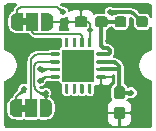
<source format=gtl>
%TF.GenerationSoftware,KiCad,Pcbnew,5.1.10*%
%TF.CreationDate,2021-12-10T14:23:33+01:00*%
%TF.ProjectId,angle-sensor-board,616e676c-652d-4736-956e-736f722d626f,rev?*%
%TF.SameCoordinates,Original*%
%TF.FileFunction,Copper,L1,Top*%
%TF.FilePolarity,Positive*%
%FSLAX46Y46*%
G04 Gerber Fmt 4.6, Leading zero omitted, Abs format (unit mm)*
G04 Created by KiCad (PCBNEW 5.1.10) date 2021-12-10 14:23:33*
%MOMM*%
%LPD*%
G01*
G04 APERTURE LIST*
%TA.AperFunction,EtchedComponent*%
%ADD10C,0.100000*%
%TD*%
%TA.AperFunction,SMDPad,CuDef*%
%ADD11C,0.100000*%
%TD*%
%TA.AperFunction,SMDPad,CuDef*%
%ADD12R,1.000000X1.500000*%
%TD*%
%TA.AperFunction,SMDPad,CuDef*%
%ADD13R,2.700000X2.700000*%
%TD*%
%TA.AperFunction,ViaPad*%
%ADD14C,0.500000*%
%TD*%
%TA.AperFunction,Conductor*%
%ADD15C,0.300000*%
%TD*%
%TA.AperFunction,Conductor*%
%ADD16C,0.150000*%
%TD*%
%TA.AperFunction,Conductor*%
%ADD17C,0.200000*%
%TD*%
%TA.AperFunction,Conductor*%
%ADD18C,0.100000*%
%TD*%
%TA.AperFunction,Conductor*%
%ADD19C,0.025400*%
%TD*%
G04 APERTURE END LIST*
D10*
%TO.C,JP2*%
G36*
X31600000Y-38800000D02*
G01*
X32100000Y-38800000D01*
X32100000Y-39400000D01*
X31600000Y-39400000D01*
X31600000Y-38800000D01*
G37*
%TO.C,JP1*%
G36*
X31700000Y-31500000D02*
G01*
X32200000Y-31500000D01*
X32200000Y-32100000D01*
X31700000Y-32100000D01*
X31700000Y-31500000D01*
G37*
%TD*%
%TA.AperFunction,SMDPad,CuDef*%
D11*
%TO.P,JP2,1*%
%TO.N,+3V3*%
G36*
X31750000Y-39850000D02*
G01*
X31200000Y-39850000D01*
X31200000Y-39849398D01*
X31175466Y-39849398D01*
X31126635Y-39844588D01*
X31078510Y-39835016D01*
X31031555Y-39820772D01*
X30986222Y-39801995D01*
X30942949Y-39778864D01*
X30902150Y-39751604D01*
X30864221Y-39720476D01*
X30829524Y-39685779D01*
X30798396Y-39647850D01*
X30771136Y-39607051D01*
X30748005Y-39563778D01*
X30729228Y-39518445D01*
X30714984Y-39471490D01*
X30705412Y-39423365D01*
X30700602Y-39374534D01*
X30700602Y-39350000D01*
X30700000Y-39350000D01*
X30700000Y-38850000D01*
X30700602Y-38850000D01*
X30700602Y-38825466D01*
X30705412Y-38776635D01*
X30714984Y-38728510D01*
X30729228Y-38681555D01*
X30748005Y-38636222D01*
X30771136Y-38592949D01*
X30798396Y-38552150D01*
X30829524Y-38514221D01*
X30864221Y-38479524D01*
X30902150Y-38448396D01*
X30942949Y-38421136D01*
X30986222Y-38398005D01*
X31031555Y-38379228D01*
X31078510Y-38364984D01*
X31126635Y-38355412D01*
X31175466Y-38350602D01*
X31200000Y-38350602D01*
X31200000Y-38350000D01*
X31750000Y-38350000D01*
X31750000Y-39850000D01*
G37*
%TD.AperFunction*%
D12*
%TO.P,JP2,2*%
%TO.N,Net-(JP2-Pad2)*%
X32500000Y-39100000D03*
%TA.AperFunction,SMDPad,CuDef*%
D11*
%TO.P,JP2,3*%
%TO.N,/MISO*%
G36*
X33800000Y-38350602D02*
G01*
X33824534Y-38350602D01*
X33873365Y-38355412D01*
X33921490Y-38364984D01*
X33968445Y-38379228D01*
X34013778Y-38398005D01*
X34057051Y-38421136D01*
X34097850Y-38448396D01*
X34135779Y-38479524D01*
X34170476Y-38514221D01*
X34201604Y-38552150D01*
X34228864Y-38592949D01*
X34251995Y-38636222D01*
X34270772Y-38681555D01*
X34285016Y-38728510D01*
X34294588Y-38776635D01*
X34299398Y-38825466D01*
X34299398Y-38850000D01*
X34300000Y-38850000D01*
X34300000Y-39350000D01*
X34299398Y-39350000D01*
X34299398Y-39374534D01*
X34294588Y-39423365D01*
X34285016Y-39471490D01*
X34270772Y-39518445D01*
X34251995Y-39563778D01*
X34228864Y-39607051D01*
X34201604Y-39647850D01*
X34170476Y-39685779D01*
X34135779Y-39720476D01*
X34097850Y-39751604D01*
X34057051Y-39778864D01*
X34013778Y-39801995D01*
X33968445Y-39820772D01*
X33921490Y-39835016D01*
X33873365Y-39844588D01*
X33824534Y-39849398D01*
X33800000Y-39849398D01*
X33800000Y-39850000D01*
X33250000Y-39850000D01*
X33250000Y-38350000D01*
X33800000Y-38350000D01*
X33800000Y-38350602D01*
G37*
%TD.AperFunction*%
%TD*%
%TA.AperFunction,SMDPad,CuDef*%
%TO.P,JP1,1*%
%TO.N,+3V3*%
G36*
X31850000Y-32550000D02*
G01*
X31300000Y-32550000D01*
X31300000Y-32549398D01*
X31275466Y-32549398D01*
X31226635Y-32544588D01*
X31178510Y-32535016D01*
X31131555Y-32520772D01*
X31086222Y-32501995D01*
X31042949Y-32478864D01*
X31002150Y-32451604D01*
X30964221Y-32420476D01*
X30929524Y-32385779D01*
X30898396Y-32347850D01*
X30871136Y-32307051D01*
X30848005Y-32263778D01*
X30829228Y-32218445D01*
X30814984Y-32171490D01*
X30805412Y-32123365D01*
X30800602Y-32074534D01*
X30800602Y-32050000D01*
X30800000Y-32050000D01*
X30800000Y-31550000D01*
X30800602Y-31550000D01*
X30800602Y-31525466D01*
X30805412Y-31476635D01*
X30814984Y-31428510D01*
X30829228Y-31381555D01*
X30848005Y-31336222D01*
X30871136Y-31292949D01*
X30898396Y-31252150D01*
X30929524Y-31214221D01*
X30964221Y-31179524D01*
X31002150Y-31148396D01*
X31042949Y-31121136D01*
X31086222Y-31098005D01*
X31131555Y-31079228D01*
X31178510Y-31064984D01*
X31226635Y-31055412D01*
X31275466Y-31050602D01*
X31300000Y-31050602D01*
X31300000Y-31050000D01*
X31850000Y-31050000D01*
X31850000Y-32550000D01*
G37*
%TD.AperFunction*%
D12*
%TO.P,JP1,2*%
%TO.N,Net-(JP1-Pad2)*%
X32600000Y-31800000D03*
%TA.AperFunction,SMDPad,CuDef*%
D11*
%TO.P,JP1,3*%
%TO.N,GND*%
G36*
X33900000Y-31050602D02*
G01*
X33924534Y-31050602D01*
X33973365Y-31055412D01*
X34021490Y-31064984D01*
X34068445Y-31079228D01*
X34113778Y-31098005D01*
X34157051Y-31121136D01*
X34197850Y-31148396D01*
X34235779Y-31179524D01*
X34270476Y-31214221D01*
X34301604Y-31252150D01*
X34328864Y-31292949D01*
X34351995Y-31336222D01*
X34370772Y-31381555D01*
X34385016Y-31428510D01*
X34394588Y-31476635D01*
X34399398Y-31525466D01*
X34399398Y-31550000D01*
X34400000Y-31550000D01*
X34400000Y-32050000D01*
X34399398Y-32050000D01*
X34399398Y-32074534D01*
X34394588Y-32123365D01*
X34385016Y-32171490D01*
X34370772Y-32218445D01*
X34351995Y-32263778D01*
X34328864Y-32307051D01*
X34301604Y-32347850D01*
X34270476Y-32385779D01*
X34235779Y-32420476D01*
X34197850Y-32451604D01*
X34157051Y-32478864D01*
X34113778Y-32501995D01*
X34068445Y-32520772D01*
X34021490Y-32535016D01*
X33973365Y-32544588D01*
X33924534Y-32549398D01*
X33900000Y-32549398D01*
X33900000Y-32550000D01*
X33350000Y-32550000D01*
X33350000Y-31050000D01*
X33900000Y-31050000D01*
X33900000Y-31050602D01*
G37*
%TD.AperFunction*%
%TD*%
%TO.P,C1,1*%
%TO.N,Net-(C1-Pad1)*%
%TA.AperFunction,SMDPad,CuDef*%
G36*
G01*
X39000000Y-31562500D02*
X39000000Y-32037500D01*
G75*
G02*
X38762500Y-32275000I-237500J0D01*
G01*
X38162500Y-32275000D01*
G75*
G02*
X37925000Y-32037500I0J237500D01*
G01*
X37925000Y-31562500D01*
G75*
G02*
X38162500Y-31325000I237500J0D01*
G01*
X38762500Y-31325000D01*
G75*
G02*
X39000000Y-31562500I0J-237500D01*
G01*
G37*
%TD.AperFunction*%
%TO.P,C1,2*%
%TO.N,GND*%
%TA.AperFunction,SMDPad,CuDef*%
G36*
G01*
X37275000Y-31562500D02*
X37275000Y-32037500D01*
G75*
G02*
X37037500Y-32275000I-237500J0D01*
G01*
X36437500Y-32275000D01*
G75*
G02*
X36200000Y-32037500I0J237500D01*
G01*
X36200000Y-31562500D01*
G75*
G02*
X36437500Y-31325000I237500J0D01*
G01*
X37037500Y-31325000D01*
G75*
G02*
X37275000Y-31562500I0J-237500D01*
G01*
G37*
%TD.AperFunction*%
%TD*%
%TO.P,C2,2*%
%TO.N,+3V3*%
%TA.AperFunction,SMDPad,CuDef*%
G36*
G01*
X40237500Y-38337500D02*
X39762500Y-38337500D01*
G75*
G02*
X39525000Y-38100000I0J237500D01*
G01*
X39525000Y-37500000D01*
G75*
G02*
X39762500Y-37262500I237500J0D01*
G01*
X40237500Y-37262500D01*
G75*
G02*
X40475000Y-37500000I0J-237500D01*
G01*
X40475000Y-38100000D01*
G75*
G02*
X40237500Y-38337500I-237500J0D01*
G01*
G37*
%TD.AperFunction*%
%TO.P,C2,1*%
%TO.N,GND*%
%TA.AperFunction,SMDPad,CuDef*%
G36*
G01*
X40237500Y-40062500D02*
X39762500Y-40062500D01*
G75*
G02*
X39525000Y-39825000I0J237500D01*
G01*
X39525000Y-39225000D01*
G75*
G02*
X39762500Y-38987500I237500J0D01*
G01*
X40237500Y-38987500D01*
G75*
G02*
X40475000Y-39225000I0J-237500D01*
G01*
X40475000Y-39825000D01*
G75*
G02*
X40237500Y-40062500I-237500J0D01*
G01*
G37*
%TD.AperFunction*%
%TD*%
%TO.P,R1,1*%
%TO.N,+3V3*%
%TA.AperFunction,SMDPad,CuDef*%
G36*
G01*
X42400000Y-31562500D02*
X42400000Y-32037500D01*
G75*
G02*
X42162500Y-32275000I-237500J0D01*
G01*
X41662500Y-32275000D01*
G75*
G02*
X41425000Y-32037500I0J237500D01*
G01*
X41425000Y-31562500D01*
G75*
G02*
X41662500Y-31325000I237500J0D01*
G01*
X42162500Y-31325000D01*
G75*
G02*
X42400000Y-31562500I0J-237500D01*
G01*
G37*
%TD.AperFunction*%
%TO.P,R1,2*%
%TO.N,Net-(C1-Pad1)*%
%TA.AperFunction,SMDPad,CuDef*%
G36*
G01*
X40575000Y-31562500D02*
X40575000Y-32037500D01*
G75*
G02*
X40337500Y-32275000I-237500J0D01*
G01*
X39837500Y-32275000D01*
G75*
G02*
X39600000Y-32037500I0J237500D01*
G01*
X39600000Y-31562500D01*
G75*
G02*
X39837500Y-31325000I237500J0D01*
G01*
X40337500Y-31325000D01*
G75*
G02*
X40575000Y-31562500I0J-237500D01*
G01*
G37*
%TD.AperFunction*%
%TD*%
%TO.P,U1,1*%
%TO.N,Net-(JP2-Pad2)*%
%TA.AperFunction,SMDPad,CuDef*%
G36*
G01*
X34125000Y-34600000D02*
X34125000Y-34450000D01*
G75*
G02*
X34200000Y-34375000I75000J0D01*
G01*
X34875000Y-34375000D01*
G75*
G02*
X34950000Y-34450000I0J-75000D01*
G01*
X34950000Y-34600000D01*
G75*
G02*
X34875000Y-34675000I-75000J0D01*
G01*
X34200000Y-34675000D01*
G75*
G02*
X34125000Y-34600000I0J75000D01*
G01*
G37*
%TD.AperFunction*%
%TO.P,U1,2*%
%TO.N,/MISO*%
%TA.AperFunction,SMDPad,CuDef*%
G36*
G01*
X34125000Y-35250000D02*
X34125000Y-35100000D01*
G75*
G02*
X34200000Y-35025000I75000J0D01*
G01*
X34875000Y-35025000D01*
G75*
G02*
X34950000Y-35100000I0J-75000D01*
G01*
X34950000Y-35250000D01*
G75*
G02*
X34875000Y-35325000I-75000J0D01*
G01*
X34200000Y-35325000D01*
G75*
G02*
X34125000Y-35250000I0J75000D01*
G01*
G37*
%TD.AperFunction*%
%TO.P,U1,3*%
%TO.N,/SCK*%
%TA.AperFunction,SMDPad,CuDef*%
G36*
G01*
X34125000Y-35900000D02*
X34125000Y-35750000D01*
G75*
G02*
X34200000Y-35675000I75000J0D01*
G01*
X34875000Y-35675000D01*
G75*
G02*
X34950000Y-35750000I0J-75000D01*
G01*
X34950000Y-35900000D01*
G75*
G02*
X34875000Y-35975000I-75000J0D01*
G01*
X34200000Y-35975000D01*
G75*
G02*
X34125000Y-35900000I0J75000D01*
G01*
G37*
%TD.AperFunction*%
%TO.P,U1,4*%
%TO.N,/SS*%
%TA.AperFunction,SMDPad,CuDef*%
G36*
G01*
X34125000Y-36550000D02*
X34125000Y-36400000D01*
G75*
G02*
X34200000Y-36325000I75000J0D01*
G01*
X34875000Y-36325000D01*
G75*
G02*
X34950000Y-36400000I0J-75000D01*
G01*
X34950000Y-36550000D01*
G75*
G02*
X34875000Y-36625000I-75000J0D01*
G01*
X34200000Y-36625000D01*
G75*
G02*
X34125000Y-36550000I0J75000D01*
G01*
G37*
%TD.AperFunction*%
%TO.P,U1,5*%
%TO.N,Net-(U1-Pad5)*%
%TA.AperFunction,SMDPad,CuDef*%
G36*
G01*
X35375000Y-37800000D02*
X35375000Y-37125000D01*
G75*
G02*
X35450000Y-37050000I75000J0D01*
G01*
X35600000Y-37050000D01*
G75*
G02*
X35675000Y-37125000I0J-75000D01*
G01*
X35675000Y-37800000D01*
G75*
G02*
X35600000Y-37875000I-75000J0D01*
G01*
X35450000Y-37875000D01*
G75*
G02*
X35375000Y-37800000I0J75000D01*
G01*
G37*
%TD.AperFunction*%
%TO.P,U1,6*%
%TO.N,Net-(U1-Pad6)*%
%TA.AperFunction,SMDPad,CuDef*%
G36*
G01*
X36025000Y-37800000D02*
X36025000Y-37125000D01*
G75*
G02*
X36100000Y-37050000I75000J0D01*
G01*
X36250000Y-37050000D01*
G75*
G02*
X36325000Y-37125000I0J-75000D01*
G01*
X36325000Y-37800000D01*
G75*
G02*
X36250000Y-37875000I-75000J0D01*
G01*
X36100000Y-37875000D01*
G75*
G02*
X36025000Y-37800000I0J75000D01*
G01*
G37*
%TD.AperFunction*%
%TO.P,U1,7*%
%TO.N,Net-(U1-Pad7)*%
%TA.AperFunction,SMDPad,CuDef*%
G36*
G01*
X36675000Y-37800000D02*
X36675000Y-37125000D01*
G75*
G02*
X36750000Y-37050000I75000J0D01*
G01*
X36900000Y-37050000D01*
G75*
G02*
X36975000Y-37125000I0J-75000D01*
G01*
X36975000Y-37800000D01*
G75*
G02*
X36900000Y-37875000I-75000J0D01*
G01*
X36750000Y-37875000D01*
G75*
G02*
X36675000Y-37800000I0J75000D01*
G01*
G37*
%TD.AperFunction*%
%TO.P,U1,8*%
%TO.N,Net-(U1-Pad8)*%
%TA.AperFunction,SMDPad,CuDef*%
G36*
G01*
X37325000Y-37800000D02*
X37325000Y-37125000D01*
G75*
G02*
X37400000Y-37050000I75000J0D01*
G01*
X37550000Y-37050000D01*
G75*
G02*
X37625000Y-37125000I0J-75000D01*
G01*
X37625000Y-37800000D01*
G75*
G02*
X37550000Y-37875000I-75000J0D01*
G01*
X37400000Y-37875000D01*
G75*
G02*
X37325000Y-37800000I0J75000D01*
G01*
G37*
%TD.AperFunction*%
%TO.P,U1,9*%
%TO.N,GND*%
%TA.AperFunction,SMDPad,CuDef*%
G36*
G01*
X38050000Y-36550000D02*
X38050000Y-36400000D01*
G75*
G02*
X38125000Y-36325000I75000J0D01*
G01*
X38800000Y-36325000D01*
G75*
G02*
X38875000Y-36400000I0J-75000D01*
G01*
X38875000Y-36550000D01*
G75*
G02*
X38800000Y-36625000I-75000J0D01*
G01*
X38125000Y-36625000D01*
G75*
G02*
X38050000Y-36550000I0J75000D01*
G01*
G37*
%TD.AperFunction*%
%TO.P,U1,10*%
%TO.N,+3V3*%
%TA.AperFunction,SMDPad,CuDef*%
G36*
G01*
X38050000Y-35900000D02*
X38050000Y-35750000D01*
G75*
G02*
X38125000Y-35675000I75000J0D01*
G01*
X38800000Y-35675000D01*
G75*
G02*
X38875000Y-35750000I0J-75000D01*
G01*
X38875000Y-35900000D01*
G75*
G02*
X38800000Y-35975000I-75000J0D01*
G01*
X38125000Y-35975000D01*
G75*
G02*
X38050000Y-35900000I0J75000D01*
G01*
G37*
%TD.AperFunction*%
%TO.P,U1,11*%
%TA.AperFunction,SMDPad,CuDef*%
G36*
G01*
X38050000Y-35250000D02*
X38050000Y-35100000D01*
G75*
G02*
X38125000Y-35025000I75000J0D01*
G01*
X38800000Y-35025000D01*
G75*
G02*
X38875000Y-35100000I0J-75000D01*
G01*
X38875000Y-35250000D01*
G75*
G02*
X38800000Y-35325000I-75000J0D01*
G01*
X38125000Y-35325000D01*
G75*
G02*
X38050000Y-35250000I0J75000D01*
G01*
G37*
%TD.AperFunction*%
%TO.P,U1,12*%
%TO.N,Net-(C1-Pad1)*%
%TA.AperFunction,SMDPad,CuDef*%
G36*
G01*
X38050000Y-34600000D02*
X38050000Y-34450000D01*
G75*
G02*
X38125000Y-34375000I75000J0D01*
G01*
X38800000Y-34375000D01*
G75*
G02*
X38875000Y-34450000I0J-75000D01*
G01*
X38875000Y-34600000D01*
G75*
G02*
X38800000Y-34675000I-75000J0D01*
G01*
X38125000Y-34675000D01*
G75*
G02*
X38050000Y-34600000I0J75000D01*
G01*
G37*
%TD.AperFunction*%
%TO.P,U1,13*%
%TO.N,GND*%
%TA.AperFunction,SMDPad,CuDef*%
G36*
G01*
X37325000Y-33875000D02*
X37325000Y-33200000D01*
G75*
G02*
X37400000Y-33125000I75000J0D01*
G01*
X37550000Y-33125000D01*
G75*
G02*
X37625000Y-33200000I0J-75000D01*
G01*
X37625000Y-33875000D01*
G75*
G02*
X37550000Y-33950000I-75000J0D01*
G01*
X37400000Y-33950000D01*
G75*
G02*
X37325000Y-33875000I0J75000D01*
G01*
G37*
%TD.AperFunction*%
%TO.P,U1,14*%
%TO.N,Net-(JP1-Pad2)*%
%TA.AperFunction,SMDPad,CuDef*%
G36*
G01*
X36675000Y-33875000D02*
X36675000Y-33200000D01*
G75*
G02*
X36750000Y-33125000I75000J0D01*
G01*
X36900000Y-33125000D01*
G75*
G02*
X36975000Y-33200000I0J-75000D01*
G01*
X36975000Y-33875000D01*
G75*
G02*
X36900000Y-33950000I-75000J0D01*
G01*
X36750000Y-33950000D01*
G75*
G02*
X36675000Y-33875000I0J75000D01*
G01*
G37*
%TD.AperFunction*%
%TO.P,U1,15*%
%TO.N,Net-(U1-Pad15)*%
%TA.AperFunction,SMDPad,CuDef*%
G36*
G01*
X36025000Y-33875000D02*
X36025000Y-33200000D01*
G75*
G02*
X36100000Y-33125000I75000J0D01*
G01*
X36250000Y-33125000D01*
G75*
G02*
X36325000Y-33200000I0J-75000D01*
G01*
X36325000Y-33875000D01*
G75*
G02*
X36250000Y-33950000I-75000J0D01*
G01*
X36100000Y-33950000D01*
G75*
G02*
X36025000Y-33875000I0J75000D01*
G01*
G37*
%TD.AperFunction*%
%TO.P,U1,16*%
%TO.N,Net-(U1-Pad16)*%
%TA.AperFunction,SMDPad,CuDef*%
G36*
G01*
X35375000Y-33875000D02*
X35375000Y-33200000D01*
G75*
G02*
X35450000Y-33125000I75000J0D01*
G01*
X35600000Y-33125000D01*
G75*
G02*
X35675000Y-33200000I0J-75000D01*
G01*
X35675000Y-33875000D01*
G75*
G02*
X35600000Y-33950000I-75000J0D01*
G01*
X35450000Y-33950000D01*
G75*
G02*
X35375000Y-33875000I0J75000D01*
G01*
G37*
%TD.AperFunction*%
D13*
%TO.P,U1,17*%
%TO.N,Net-(U1-Pad17)*%
X36500000Y-35500000D03*
%TD*%
D14*
%TO.N,GND*%
X39035876Y-33400000D03*
X37500000Y-32500000D03*
X30450000Y-38400000D03*
%TO.N,+3V3*%
X39200000Y-31000000D03*
X41000000Y-37800000D03*
X35200000Y-31000000D03*
X31900000Y-37500000D03*
%TO.N,/SCK*%
X33275021Y-35800000D03*
%TO.N,/SS*%
X33275021Y-36800000D03*
%TO.N,/MISO*%
X33750000Y-37850000D03*
%TD*%
D15*
%TO.N,Net-(C1-Pad1)*%
X38908735Y-34003287D02*
X38875350Y-34000000D01*
X39158211Y-34438879D02*
X39144911Y-34455086D01*
X38462500Y-33132463D02*
X38462500Y-33191045D01*
X38470185Y-31941669D02*
X38462500Y-31980311D01*
X38642811Y-31800000D02*
X38604169Y-31807685D01*
X38567770Y-31822762D02*
X38535011Y-31844650D01*
X39186160Y-34218568D02*
X39193046Y-34241267D01*
X39137673Y-34137673D02*
X39152722Y-34156010D01*
X38618053Y-33986544D02*
X38640123Y-33993239D01*
X38462500Y-33366791D02*
X38462500Y-33425373D01*
X39004730Y-34032407D02*
X39034314Y-34048220D01*
X38469259Y-33822374D02*
X38475954Y-33844444D01*
X38539402Y-33939402D02*
X38557230Y-33954033D01*
X39193853Y-34363522D02*
X39187767Y-34383585D01*
X38508464Y-33905267D02*
X38523095Y-33923095D01*
X39096446Y-34494860D02*
X39077955Y-34504743D01*
X38941636Y-34009832D02*
X38973737Y-34019569D01*
X38662743Y-33997739D02*
X38685695Y-34000000D01*
X39130086Y-34469911D02*
X39113879Y-34483212D01*
X38462500Y-33249627D02*
X38462500Y-33308209D01*
X38576405Y-33966846D02*
X38596744Y-33977718D01*
X39179744Y-34402956D02*
X39169860Y-34421446D01*
X38507151Y-31872510D02*
X38485262Y-31905269D01*
X39165900Y-34175733D02*
X39177082Y-34196653D01*
X39017959Y-34522944D02*
X38997094Y-34525000D01*
X38462500Y-33776802D02*
X38464760Y-33799754D01*
X39200000Y-34322094D02*
X39197944Y-34342959D01*
X39058585Y-34512767D02*
X39038522Y-34518854D01*
X39062207Y-34066857D02*
X39088138Y-34088138D01*
X39197674Y-34264532D02*
X39200000Y-34288138D01*
X38462500Y-33483955D02*
X38462500Y-33542537D01*
X38484780Y-33865752D02*
X38495651Y-33886092D01*
X39096446Y-34494860D02*
X39113879Y-34483212D01*
X39158211Y-34438879D02*
X39169860Y-34421446D01*
X38557230Y-33954033D02*
X38576405Y-33966846D01*
X38508464Y-33905267D02*
X38495651Y-33886092D01*
X39193853Y-34363522D02*
X39197944Y-34342959D01*
X38462500Y-33191045D02*
X38462500Y-33249627D01*
X38640123Y-33993239D02*
X38662743Y-33997739D01*
X38470185Y-31941669D02*
X38485262Y-31905269D01*
X39017959Y-34522944D02*
X39038522Y-34518854D01*
X38462500Y-33425373D02*
X38462500Y-33483955D01*
X38469259Y-33822374D02*
X38464760Y-33799754D01*
X39152722Y-34156010D02*
X39165900Y-34175733D01*
X39193046Y-34241267D02*
X39197674Y-34264532D01*
X38604169Y-31807685D02*
X38567770Y-31822762D01*
X39034314Y-34048220D02*
X39062207Y-34066857D01*
X38908735Y-34003287D02*
X38941636Y-34009832D01*
X38475954Y-33844444D02*
X38484780Y-33865752D01*
X39187767Y-34383585D02*
X39179744Y-34402956D01*
X38618053Y-33986544D02*
X38596744Y-33977718D01*
X38535011Y-31844650D02*
X38507151Y-31872510D01*
X39186160Y-34218568D02*
X39177082Y-34196653D01*
X38462500Y-33366791D02*
X38462500Y-33308209D01*
X39077955Y-34504743D02*
X39058585Y-34512767D01*
X39004730Y-34032407D02*
X38973737Y-34019569D01*
X38642811Y-31800000D02*
X40087500Y-31800000D01*
X38997094Y-34525000D02*
X38462500Y-34525000D01*
X39200000Y-34322094D02*
X39200000Y-34288138D01*
X39144911Y-34455086D02*
X39130086Y-34469911D01*
X38875350Y-34000000D02*
X38685695Y-34000000D01*
X39137673Y-34137673D02*
X39088138Y-34088138D01*
X38462500Y-33776802D02*
X38462500Y-33542537D01*
X38539402Y-33939402D02*
X38523095Y-33923095D01*
X38462500Y-33132463D02*
X38462500Y-31980311D01*
D16*
%TO.N,GND*%
X37473766Y-31909223D02*
X37475000Y-31921742D01*
X36772290Y-31800000D02*
X36776730Y-31800000D01*
X36774333Y-31802395D02*
X36772290Y-31800000D01*
X36776730Y-31800000D02*
X36774333Y-31802395D01*
X37441946Y-31841946D02*
X37449927Y-31851671D01*
X36768067Y-31830567D02*
X36762466Y-31826121D01*
X36766089Y-31825172D02*
X36768067Y-31830567D01*
X36762466Y-31826121D02*
X36766089Y-31825172D01*
X37456916Y-31862131D02*
X37462846Y-31873225D01*
X37467660Y-31884846D02*
X37471312Y-31896884D01*
X37378113Y-31803686D02*
X37390151Y-31807338D01*
X36727824Y-31800000D02*
X36733965Y-31800000D01*
X36726544Y-31802309D02*
X36727824Y-31800000D01*
X36733965Y-31800000D02*
X36726544Y-31802309D01*
X36684812Y-31800000D02*
X36705033Y-31800000D01*
X36699039Y-31801438D02*
X36684812Y-31800000D01*
X36705033Y-31800000D02*
X36699039Y-31801438D01*
X36763916Y-31816721D02*
X36768641Y-31814057D01*
X36766445Y-31819541D02*
X36763916Y-31816721D01*
X36768641Y-31814057D02*
X36766445Y-31819541D01*
X36755340Y-31821400D02*
X36748770Y-31817880D01*
X36757427Y-31818188D02*
X36755340Y-31821400D01*
X36748770Y-31817880D02*
X36757427Y-31818188D01*
X36722931Y-31806933D02*
X36717040Y-31805113D01*
X36723875Y-31803735D02*
X36722931Y-31806933D01*
X36717040Y-31805113D02*
X36723875Y-31803735D01*
X37401772Y-31812152D02*
X37412867Y-31818082D01*
X36772856Y-31809702D02*
X36774332Y-31805493D01*
X36776168Y-31807247D02*
X36772856Y-31809702D01*
X36774332Y-31805493D02*
X36776168Y-31807247D01*
X36786446Y-31800000D02*
X36794577Y-31800000D01*
X36784637Y-31802960D02*
X36786446Y-31800000D01*
X36794577Y-31800000D02*
X36784637Y-31802960D01*
X37365775Y-31801232D02*
X37353256Y-31800000D01*
X37423326Y-31825070D02*
X37433051Y-31833051D01*
X37473766Y-31909223D02*
X37471312Y-31896884D01*
X37412867Y-31818082D02*
X37423326Y-31825070D01*
X36762466Y-31826121D02*
X36755340Y-31821400D01*
X36766089Y-31825172D02*
X36766445Y-31819541D01*
X36763916Y-31816721D02*
X36757427Y-31818188D01*
X37378113Y-31803686D02*
X37365775Y-31801232D01*
X36727824Y-31800000D02*
X36705033Y-31800000D01*
X36699039Y-31801438D02*
X36717040Y-31805113D01*
X36726544Y-31802309D02*
X36723875Y-31803735D01*
X37449927Y-31851671D02*
X37456916Y-31862131D01*
X36776730Y-31800000D02*
X36786446Y-31800000D01*
X36774333Y-31802395D02*
X36774332Y-31805493D01*
X36776168Y-31807247D02*
X36784637Y-31802960D01*
X37462846Y-31873225D02*
X37467660Y-31884846D01*
X36772290Y-31800000D02*
X36733965Y-31800000D01*
X36748770Y-31817880D02*
X36722931Y-31806933D01*
X36768641Y-31814057D02*
X36772856Y-31809702D01*
X37390151Y-31807338D02*
X37401772Y-31812152D01*
X36768067Y-31830567D02*
X36825000Y-31887500D01*
X37475000Y-31921742D02*
X37475000Y-33537500D01*
X37441946Y-31841946D02*
X37433051Y-31833051D01*
X36794577Y-31800000D02*
X37353256Y-31800000D01*
X36684812Y-31800000D02*
X33900000Y-31800000D01*
D15*
%TO.N,+3V3*%
X39429535Y-35180240D02*
X39376324Y-35175000D01*
D16*
X31410172Y-30689824D02*
X31383571Y-30722238D01*
D15*
X39971716Y-35822552D02*
X39967703Y-35823769D01*
D16*
X34656975Y-30565671D02*
X34708141Y-30581191D01*
D15*
X40967035Y-31005240D02*
X40913824Y-31000000D01*
D16*
X34849152Y-30656563D02*
X34890483Y-30690483D01*
X31205240Y-38345463D02*
X31200000Y-38398674D01*
X31472238Y-30633571D02*
X31439824Y-30660173D01*
X31304109Y-30914079D02*
X31300000Y-30955809D01*
D15*
X39481975Y-35190671D02*
X39533141Y-35206191D01*
X41211652Y-31106563D02*
X41252983Y-31140483D01*
X40000000Y-35811208D02*
X39999315Y-35810523D01*
X40000000Y-35809939D02*
X40000000Y-35811208D01*
X39999315Y-35810523D02*
X40000000Y-35809939D01*
X39674152Y-35281563D02*
X39715483Y-35315483D01*
X39986160Y-35618568D02*
X39993046Y-35641267D01*
D16*
X34604535Y-30555240D02*
X34551324Y-30550000D01*
D15*
X39937673Y-35537673D02*
X39952722Y-35556010D01*
X41019475Y-31015671D02*
X41070641Y-31031191D01*
X39991264Y-35808733D02*
X39992535Y-35807132D01*
X39992806Y-35808167D02*
X39991264Y-35808733D01*
X39992535Y-35807132D02*
X39992806Y-35808167D01*
X40072511Y-37755347D02*
X40105270Y-37777236D01*
D16*
X31231191Y-38241856D02*
X31215671Y-38293022D01*
D15*
X41120040Y-31051653D02*
X41167195Y-31076858D01*
X39582540Y-35226653D02*
X39629695Y-35251858D01*
X40000000Y-37619687D02*
X40007685Y-37658329D01*
D16*
X31340483Y-38059514D02*
X31306563Y-38100846D01*
D15*
X39998017Y-35795836D02*
X39998537Y-35794153D01*
X39998931Y-35796106D02*
X39998017Y-35795836D01*
X39998537Y-35794153D02*
X39998931Y-35796106D01*
D16*
X31276858Y-38145303D02*
X31251653Y-38192458D01*
D15*
X39986016Y-35813981D02*
X39982775Y-35816641D01*
D16*
X31622951Y-30562289D02*
X31582824Y-30574461D01*
D15*
X39997927Y-35811048D02*
X39997226Y-35810101D01*
X39998429Y-35810523D02*
X39997927Y-35811048D01*
X39997226Y-35810101D02*
X39998429Y-35810523D01*
X39979288Y-35818971D02*
X39975590Y-35820948D01*
X39999588Y-35789011D02*
X40000000Y-35784946D01*
X40000000Y-35790723D02*
X39999588Y-35789011D01*
X40000000Y-35784946D02*
X40000000Y-35790723D01*
X40000000Y-35816307D02*
X39999153Y-35813467D01*
X40000000Y-35813984D02*
X40000000Y-35816307D01*
X39999153Y-35813467D02*
X40000000Y-35813984D01*
X39965900Y-35575733D02*
X39977082Y-35596653D01*
X40141669Y-37792313D02*
X40180311Y-37800000D01*
D16*
X31544084Y-30590508D02*
X31507103Y-30610275D01*
X31360275Y-30757104D02*
X31340508Y-30794084D01*
X31324462Y-30832826D02*
X31312290Y-30872952D01*
X34757540Y-30601653D02*
X34804695Y-30626858D01*
D15*
X40022762Y-37694728D02*
X40044651Y-37727487D01*
X39993884Y-35805096D02*
X39994889Y-35803219D01*
X39994801Y-35805693D02*
X39993884Y-35805096D01*
X39994889Y-35803219D02*
X39994801Y-35805693D01*
X39995982Y-35808897D02*
X39994415Y-35808269D01*
X39995220Y-35807547D02*
X39995982Y-35808897D01*
X39994415Y-35808269D02*
X39995220Y-35807547D01*
X39997674Y-35664532D02*
X40000000Y-35688138D01*
X39963591Y-35824588D02*
X39959418Y-35825000D01*
X40000000Y-35798990D02*
X39999339Y-35796869D01*
X40000000Y-35797234D02*
X40000000Y-35798990D01*
X39999339Y-35796869D02*
X40000000Y-35797234D01*
D16*
X31705809Y-30550000D02*
X31664079Y-30554109D01*
X31205240Y-38345463D02*
X31215671Y-38293022D01*
D15*
X39952722Y-35556010D02*
X39965900Y-35575733D01*
X39967703Y-35823769D02*
X39963591Y-35824588D01*
X39997927Y-35811048D02*
X39999153Y-35813467D01*
X40000000Y-35811208D02*
X40000000Y-35813984D01*
X39999315Y-35810523D02*
X39998429Y-35810523D01*
X40105270Y-37777236D02*
X40141669Y-37792313D01*
X39982775Y-35816641D02*
X39979288Y-35818971D01*
D16*
X31472238Y-30633571D02*
X31507103Y-30610275D01*
X31383571Y-30722238D02*
X31360275Y-30757104D01*
D15*
X39998537Y-35794153D02*
X39999588Y-35789011D01*
X39998931Y-35796106D02*
X39999339Y-35796869D01*
X40000000Y-35790723D02*
X40000000Y-35797234D01*
X39429535Y-35180240D02*
X39481975Y-35190671D01*
X39993046Y-35641267D02*
X39997674Y-35664532D01*
X40007685Y-37658329D02*
X40022762Y-37694728D01*
D16*
X31304109Y-30914079D02*
X31312290Y-30872952D01*
X31622951Y-30562289D02*
X31664079Y-30554109D01*
D15*
X40967035Y-31005240D02*
X41019475Y-31015671D01*
D16*
X34656975Y-30565671D02*
X34604535Y-30555240D01*
D15*
X39992535Y-35807132D02*
X39993884Y-35805096D01*
X39992806Y-35808167D02*
X39994415Y-35808269D01*
X39994801Y-35805693D02*
X39995220Y-35807547D01*
D16*
X31306563Y-38100846D02*
X31276858Y-38145303D01*
D15*
X41211652Y-31106563D02*
X41167195Y-31076858D01*
X39674152Y-35281563D02*
X39629695Y-35251858D01*
D16*
X34849152Y-30656563D02*
X34804695Y-30626858D01*
X31231191Y-38241856D02*
X31251653Y-38192458D01*
D15*
X39533141Y-35206191D02*
X39582540Y-35226653D01*
D16*
X31582824Y-30574461D02*
X31544084Y-30590508D01*
D15*
X40072511Y-37755347D02*
X40044651Y-37727487D01*
X39986160Y-35618568D02*
X39977082Y-35596653D01*
X39971716Y-35822552D02*
X39975590Y-35820948D01*
X41070641Y-31031191D02*
X41120040Y-31051653D01*
D16*
X31340508Y-30794084D02*
X31324462Y-30832826D01*
D15*
X39998017Y-35795836D02*
X39994889Y-35803219D01*
X39997226Y-35810101D02*
X39995982Y-35808897D01*
X40000000Y-35809939D02*
X40000000Y-35798990D01*
D16*
X34708141Y-30581191D02*
X34757540Y-30601653D01*
D15*
X39376324Y-35175000D02*
X38462500Y-35175000D01*
X39715483Y-35315483D02*
X39937673Y-35537673D01*
X39991264Y-35808733D02*
X39986016Y-35813981D01*
X39959418Y-35825000D02*
X38462500Y-35825000D01*
X40000000Y-35784946D02*
X40000000Y-35688138D01*
X40000000Y-37619687D02*
X40000000Y-35816307D01*
X40913824Y-31000000D02*
X39200000Y-31000000D01*
X41252983Y-31140483D02*
X41912500Y-31800000D01*
X40180311Y-37800000D02*
X41000000Y-37800000D01*
D16*
X34890483Y-30690483D02*
X35200000Y-31000000D01*
X34551324Y-30550000D02*
X31705809Y-30550000D01*
X31410172Y-30689824D02*
X31439824Y-30660173D01*
X31300000Y-30955809D02*
X31300000Y-31800000D01*
X31200000Y-38398674D02*
X31200000Y-39600000D01*
X31340483Y-38059514D02*
X31900000Y-37500000D01*
%TO.N,/SCK*%
X33311427Y-35824588D02*
X33315600Y-35825000D01*
X33289002Y-35813981D02*
X33292243Y-35816641D01*
X33303302Y-35822552D02*
X33307315Y-35823770D01*
X33295730Y-35818971D02*
X33299428Y-35820948D01*
X33311427Y-35824588D02*
X33307315Y-35823770D01*
X33292243Y-35816641D02*
X33295730Y-35818971D01*
X33303302Y-35822552D02*
X33299428Y-35820948D01*
X33315600Y-35825000D02*
X34537500Y-35825000D01*
X33289002Y-35813981D02*
X33275021Y-35800000D01*
%TO.N,/SS*%
X33693043Y-36490671D02*
X33641877Y-36506191D01*
X33500867Y-36581563D02*
X33459535Y-36615483D01*
X33592479Y-36526653D02*
X33545324Y-36551858D01*
X33798695Y-36475000D02*
X33745484Y-36480240D01*
X33693043Y-36490671D02*
X33745484Y-36480240D01*
X33500867Y-36581563D02*
X33545324Y-36551858D01*
X33641877Y-36506191D02*
X33592479Y-36526653D01*
X33798695Y-36475000D02*
X34537500Y-36475000D01*
X33459535Y-36615483D02*
X33275021Y-36800000D01*
%TO.N,/MISO*%
X33742313Y-37991669D02*
X33750000Y-38030311D01*
X33019676Y-35211456D02*
X32986395Y-35229245D01*
X32854255Y-35361384D02*
X32836466Y-35394665D01*
X33195303Y-37773139D02*
X33242458Y-37798344D01*
X33109514Y-37709514D02*
X33150846Y-37743434D01*
X32815682Y-37306986D02*
X32831202Y-37358152D01*
X33705347Y-37922511D02*
X33727236Y-37955270D01*
X33165220Y-35175000D02*
X33127665Y-35178698D01*
X33395463Y-37844758D02*
X33448674Y-37850000D01*
X33090653Y-35186060D02*
X33054541Y-35197014D01*
X32851664Y-37407551D02*
X32876869Y-37454706D01*
X33758100Y-39551181D02*
X33762053Y-39558577D01*
X32906574Y-37499162D02*
X32940494Y-37540494D01*
X32822025Y-35429530D02*
X32811071Y-35465642D01*
X33750000Y-39518836D02*
X33750821Y-39527182D01*
X32955018Y-35250210D02*
X32925847Y-35274150D01*
X33752457Y-39535408D02*
X33754891Y-39543433D01*
X32803709Y-35502654D02*
X32800011Y-35540209D01*
X33644728Y-37872762D02*
X33677487Y-37894651D01*
X33608329Y-37857686D02*
X33569687Y-37850000D01*
X33766713Y-39565550D02*
X33772033Y-39572033D01*
X32899161Y-35300836D02*
X32875221Y-35330007D01*
X33291857Y-37818805D02*
X33343023Y-37834327D01*
X32800011Y-37201335D02*
X32805251Y-37254546D01*
X32815682Y-37306986D02*
X32805251Y-37254546D01*
X33750821Y-39527182D02*
X33752457Y-39535408D01*
X33742313Y-37991669D02*
X33727236Y-37955270D01*
X33127665Y-35178698D02*
X33090653Y-35186060D01*
X33395463Y-37844758D02*
X33343023Y-37834327D01*
X32876869Y-37454706D02*
X32906574Y-37499162D01*
X33762053Y-39558577D02*
X33766713Y-39565550D01*
X32986395Y-35229245D02*
X32955018Y-35250210D01*
X32854255Y-35361384D02*
X32875221Y-35330007D01*
X32811071Y-35465642D02*
X32803709Y-35502654D01*
X33644728Y-37872762D02*
X33608329Y-37857686D01*
X33195303Y-37773139D02*
X33150846Y-37743434D01*
X33019676Y-35211456D02*
X33054541Y-35197014D01*
X33242458Y-37798344D02*
X33291857Y-37818805D01*
X33758100Y-39551181D02*
X33754891Y-39543433D01*
X32836466Y-35394665D02*
X32822025Y-35429530D01*
X32831202Y-37358152D02*
X32851664Y-37407551D01*
X33705347Y-37922511D02*
X33677487Y-37894651D01*
X32925847Y-35274150D02*
X32899161Y-35300836D01*
X32800011Y-35540209D02*
X32800011Y-37201335D01*
X33165220Y-35175000D02*
X34537500Y-35175000D01*
X33109514Y-37709514D02*
X32940494Y-37540494D01*
X33448674Y-37850000D02*
X33569687Y-37850000D01*
X33772033Y-39572033D02*
X33800000Y-39600000D01*
X33750000Y-38030311D02*
X33750000Y-39518836D01*
%TO.N,Net-(JP1-Pad2)*%
X36663522Y-32856144D02*
X36683585Y-32862230D01*
X32632407Y-32654731D02*
X32648220Y-32684315D01*
X32609831Y-32591636D02*
X32619569Y-32623738D01*
X32765682Y-32801777D02*
X32795266Y-32817590D01*
X32891263Y-32846711D02*
X32924648Y-32850000D01*
X36642959Y-32852054D02*
X36622094Y-32850000D01*
X32711859Y-32761859D02*
X32737790Y-32783140D01*
X36794860Y-32953551D02*
X36804743Y-32972042D01*
X36738879Y-32891785D02*
X36755086Y-32905086D01*
X32600000Y-32525350D02*
X32603287Y-32558735D01*
X36822944Y-33032038D02*
X36825000Y-33052903D01*
X36702956Y-32870254D02*
X36721446Y-32880137D01*
X32666857Y-32712207D02*
X32688138Y-32738138D01*
X32826259Y-32830428D02*
X32858361Y-32840167D01*
X36769911Y-32919911D02*
X36783212Y-32936118D01*
X36812767Y-32991412D02*
X36818854Y-33011475D01*
X36663522Y-32856144D02*
X36642959Y-32852054D01*
X36822944Y-33032038D02*
X36818854Y-33011475D01*
X32609831Y-32591636D02*
X32603287Y-32558735D01*
X36738879Y-32891785D02*
X36721446Y-32880137D01*
X36794860Y-32953551D02*
X36783212Y-32936118D01*
X32648220Y-32684315D02*
X32666857Y-32712207D01*
X32765682Y-32801777D02*
X32737790Y-32783140D01*
X32891263Y-32846711D02*
X32858361Y-32840167D01*
X36683585Y-32862230D02*
X36702956Y-32870254D01*
X32632407Y-32654731D02*
X32619569Y-32623738D01*
X32795266Y-32817590D02*
X32826259Y-32830428D01*
X36804743Y-32972042D02*
X36812767Y-32991412D01*
X36825000Y-33052903D02*
X36825000Y-33537500D01*
X36755086Y-32905086D02*
X36769911Y-32919911D01*
X32924648Y-32850000D02*
X36622094Y-32850000D01*
X32600000Y-32525350D02*
X32600000Y-31800000D01*
X32711859Y-32761859D02*
X32688138Y-32738138D01*
%TO.N,Net-(JP2-Pad2)*%
X34516788Y-34543970D02*
X34513090Y-34545947D01*
X32750846Y-34656563D02*
X32709514Y-34690483D01*
X34523516Y-34538981D02*
X34520275Y-34541641D01*
X32505240Y-35045463D02*
X32500000Y-35098674D01*
X32640483Y-34759514D02*
X32606563Y-34800845D01*
X33048674Y-34550000D02*
X32995463Y-34555240D01*
X32943022Y-34565671D02*
X32891856Y-34581191D01*
X32576858Y-34845302D02*
X32551653Y-34892457D01*
X34509216Y-34547552D02*
X34505203Y-34548769D01*
X32842458Y-34601653D02*
X32795303Y-34626858D01*
X34501091Y-34549588D02*
X34496918Y-34550000D01*
X32531192Y-34941856D02*
X32515671Y-34993022D01*
X32606563Y-34800845D02*
X32576858Y-34845302D01*
X32505240Y-35045463D02*
X32515671Y-34993022D01*
X34516788Y-34543970D02*
X34520275Y-34541641D01*
X34505203Y-34548769D02*
X34501091Y-34549588D01*
X32995463Y-34555240D02*
X32943022Y-34565671D01*
X32750846Y-34656563D02*
X32795303Y-34626858D01*
X32891856Y-34581191D02*
X32842458Y-34601653D01*
X32551653Y-34892457D02*
X32531192Y-34941856D01*
X34513090Y-34545947D02*
X34509216Y-34547552D01*
X32500000Y-35098674D02*
X32500000Y-39600000D01*
X32709514Y-34690483D02*
X32640483Y-34759514D01*
X33048674Y-34550000D02*
X34496918Y-34550000D01*
X34523516Y-34538981D02*
X34537500Y-34525000D01*
%TD*%
D17*
%TO.N,GND*%
X31248585Y-30332003D02*
X31248579Y-30332008D01*
X31248576Y-30332010D01*
X31235973Y-30342353D01*
X31208242Y-30365112D01*
X31187686Y-30381982D01*
X31171126Y-30398542D01*
X31171122Y-30398545D01*
X31131976Y-30437691D01*
X31115188Y-30458148D01*
X31096866Y-30480472D01*
X31096863Y-30480478D01*
X31082000Y-30498589D01*
X31058495Y-30533769D01*
X31051758Y-30543852D01*
X31049973Y-30546523D01*
X31038241Y-30564081D01*
X31027197Y-30584742D01*
X31027192Y-30584748D01*
X31015563Y-30606507D01*
X31001108Y-30633549D01*
X31001102Y-30633564D01*
X31001097Y-30633573D01*
X30995235Y-30647727D01*
X30979921Y-30684695D01*
X30979919Y-30684707D01*
X30970955Y-30706349D01*
X30966918Y-30719660D01*
X30951193Y-30771496D01*
X30948090Y-30781726D01*
X30943520Y-30804700D01*
X30943518Y-30804705D01*
X30938286Y-30831012D01*
X30937125Y-30836850D01*
X30896824Y-30858391D01*
X30815325Y-30912847D01*
X30769644Y-30950336D01*
X30700336Y-31019644D01*
X30662847Y-31065325D01*
X30608391Y-31146824D01*
X30580533Y-31198943D01*
X30543024Y-31289499D01*
X30525870Y-31346048D01*
X30506748Y-31442181D01*
X30500956Y-31500991D01*
X30500956Y-31525550D01*
X30498548Y-31550000D01*
X30498548Y-32050000D01*
X30500956Y-32074450D01*
X30500956Y-32099009D01*
X30506748Y-32157819D01*
X30525870Y-32253952D01*
X30543024Y-32310501D01*
X30580533Y-32401057D01*
X30608391Y-32453176D01*
X30662847Y-32534675D01*
X30700336Y-32580356D01*
X30769644Y-32649664D01*
X30815325Y-32687153D01*
X30896824Y-32741609D01*
X30948943Y-32769467D01*
X31039499Y-32806976D01*
X31096048Y-32824130D01*
X31192181Y-32843252D01*
X31250991Y-32849044D01*
X31275550Y-32849044D01*
X31300000Y-32851452D01*
X31850000Y-32851452D01*
X31908810Y-32845660D01*
X31965361Y-32828505D01*
X31975001Y-32823352D01*
X31984640Y-32828504D01*
X32041190Y-32845659D01*
X32100000Y-32851451D01*
X32312349Y-32851451D01*
X32326183Y-32877333D01*
X32326187Y-32877340D01*
X32344634Y-32904947D01*
X32356478Y-32922672D01*
X32364794Y-32935118D01*
X32365294Y-32935866D01*
X32409944Y-32990273D01*
X32459724Y-33040053D01*
X32483194Y-33059314D01*
X32502513Y-33075169D01*
X32502515Y-33075170D01*
X32511639Y-33082658D01*
X32514136Y-33084707D01*
X32526634Y-33093058D01*
X32550300Y-33108871D01*
X32556685Y-33113137D01*
X32572664Y-33123814D01*
X32634737Y-33156993D01*
X32654189Y-33165050D01*
X32669401Y-33171351D01*
X32699767Y-33183930D01*
X32714160Y-33188297D01*
X32714167Y-33188300D01*
X32746336Y-33198057D01*
X32767121Y-33204363D01*
X32767130Y-33204365D01*
X32767144Y-33204369D01*
X32787011Y-33208320D01*
X32821417Y-33215166D01*
X32821428Y-33215166D01*
X32836167Y-33218098D01*
X32836175Y-33218099D01*
X32836176Y-33218099D01*
X32839090Y-33218386D01*
X32851129Y-33219572D01*
X32851135Y-33219574D01*
X32887563Y-33223162D01*
X32906212Y-33224999D01*
X32906219Y-33224999D01*
X32906229Y-33225000D01*
X35073549Y-33225000D01*
X35073549Y-33859693D01*
X35034640Y-33871496D01*
X34982523Y-33899353D01*
X34936842Y-33936842D01*
X34899353Y-33982523D01*
X34871496Y-34034640D01*
X34859693Y-34073549D01*
X34200000Y-34073549D01*
X34126558Y-34080782D01*
X34055938Y-34102205D01*
X33990855Y-34136992D01*
X33944543Y-34175000D01*
X33030255Y-34175000D01*
X32995466Y-34178426D01*
X32995463Y-34178426D01*
X32966199Y-34181309D01*
X32940382Y-34183851D01*
X32940374Y-34183853D01*
X32940370Y-34183853D01*
X32919481Y-34188008D01*
X32886085Y-34194650D01*
X32886082Y-34194651D01*
X32851798Y-34201470D01*
X32818344Y-34211617D01*
X32818339Y-34211618D01*
X32799851Y-34217227D01*
X32765380Y-34227683D01*
X32714233Y-34248868D01*
X32714229Y-34248870D01*
X32681931Y-34262249D01*
X32681929Y-34262250D01*
X32602285Y-34304821D01*
X32573220Y-34324241D01*
X32573219Y-34324242D01*
X32560952Y-34332439D01*
X32527194Y-34354995D01*
X32527190Y-34354999D01*
X32527189Y-34354999D01*
X32500171Y-34377171D01*
X32500168Y-34377173D01*
X32481723Y-34392311D01*
X32457380Y-34412288D01*
X32362291Y-34507377D01*
X32305001Y-34577184D01*
X32274244Y-34623214D01*
X32274242Y-34623218D01*
X32254821Y-34652284D01*
X32238344Y-34683110D01*
X32238341Y-34683114D01*
X32212245Y-34731938D01*
X32181817Y-34805400D01*
X32177686Y-34815374D01*
X32151699Y-34901046D01*
X32151470Y-34901800D01*
X32133852Y-34990371D01*
X32128426Y-35045464D01*
X32128426Y-35045467D01*
X32125000Y-35080256D01*
X32125000Y-36997883D01*
X32060429Y-36971136D01*
X31954170Y-36950000D01*
X31845830Y-36950000D01*
X31739571Y-36971136D01*
X31639477Y-37012597D01*
X31549396Y-37072787D01*
X31472787Y-37149396D01*
X31412597Y-37239477D01*
X31371136Y-37339571D01*
X31366071Y-37365036D01*
X31362857Y-37375314D01*
X31358252Y-37391649D01*
X31347705Y-37433571D01*
X31345241Y-37444176D01*
X31337126Y-37482216D01*
X31336870Y-37483429D01*
X31330631Y-37513277D01*
X31326447Y-37530180D01*
X31324293Y-37536673D01*
X31323134Y-37539215D01*
X31319693Y-37544880D01*
X31309291Y-37558403D01*
X31284306Y-37585363D01*
X31062295Y-37807373D01*
X31027174Y-37850167D01*
X31027173Y-37850169D01*
X31004999Y-37877188D01*
X30977549Y-37918270D01*
X30954821Y-37952285D01*
X30913933Y-38028781D01*
X30912249Y-38031932D01*
X30898871Y-38064228D01*
X30898868Y-38064233D01*
X30877683Y-38115380D01*
X30876556Y-38119095D01*
X30848943Y-38130533D01*
X30796824Y-38158391D01*
X30715325Y-38212847D01*
X30669644Y-38250336D01*
X30600336Y-38319644D01*
X30562847Y-38365325D01*
X30508391Y-38446824D01*
X30480533Y-38498943D01*
X30443024Y-38589499D01*
X30425870Y-38646048D01*
X30406748Y-38742181D01*
X30400956Y-38800991D01*
X30400956Y-38825550D01*
X30398548Y-38850000D01*
X30398548Y-39350000D01*
X30400956Y-39374450D01*
X30400956Y-39399009D01*
X30406748Y-39457819D01*
X30425870Y-39553952D01*
X30443024Y-39610501D01*
X30480533Y-39701057D01*
X30508391Y-39753176D01*
X30562847Y-39834675D01*
X30600336Y-39880356D01*
X30669644Y-39949664D01*
X30715325Y-39987153D01*
X30796824Y-40041609D01*
X30848943Y-40069467D01*
X30939499Y-40106976D01*
X30996048Y-40124130D01*
X31092181Y-40143252D01*
X31150991Y-40149044D01*
X31175550Y-40149044D01*
X31200000Y-40151452D01*
X31750000Y-40151452D01*
X31808810Y-40145660D01*
X31865361Y-40128505D01*
X31875001Y-40123352D01*
X31884640Y-40128504D01*
X31941190Y-40145659D01*
X32000000Y-40151451D01*
X33000000Y-40151451D01*
X33058810Y-40145659D01*
X33115360Y-40128504D01*
X33124999Y-40123352D01*
X33134639Y-40128505D01*
X33191190Y-40145660D01*
X33250000Y-40151452D01*
X33800000Y-40151452D01*
X33824450Y-40149044D01*
X33849009Y-40149044D01*
X33907819Y-40143252D01*
X34003952Y-40124130D01*
X34060501Y-40106976D01*
X34151057Y-40069467D01*
X34164091Y-40062500D01*
X38914058Y-40062500D01*
X38925797Y-40181689D01*
X38960563Y-40296297D01*
X39017020Y-40401921D01*
X39092999Y-40494501D01*
X39185579Y-40570480D01*
X39291203Y-40626937D01*
X39405811Y-40661703D01*
X39525000Y-40673442D01*
X39843000Y-40670500D01*
X39995000Y-40518500D01*
X39995000Y-39530000D01*
X40005000Y-39530000D01*
X40005000Y-40518500D01*
X40157000Y-40670500D01*
X40475000Y-40673442D01*
X40594189Y-40661703D01*
X40708797Y-40626937D01*
X40814421Y-40570480D01*
X40907001Y-40494501D01*
X40982980Y-40401921D01*
X41039437Y-40296297D01*
X41074203Y-40181689D01*
X41085942Y-40062500D01*
X41083000Y-39682000D01*
X40931000Y-39530000D01*
X40005000Y-39530000D01*
X39995000Y-39530000D01*
X39069000Y-39530000D01*
X38917000Y-39682000D01*
X38914058Y-40062500D01*
X34164091Y-40062500D01*
X34203176Y-40041609D01*
X34284675Y-39987153D01*
X34330356Y-39949664D01*
X34399664Y-39880356D01*
X34437153Y-39834675D01*
X34491609Y-39753176D01*
X34519467Y-39701057D01*
X34556976Y-39610501D01*
X34574130Y-39553952D01*
X34593252Y-39457819D01*
X34599044Y-39399009D01*
X34599044Y-39374450D01*
X34601452Y-39350000D01*
X34601452Y-38850000D01*
X34599044Y-38825550D01*
X34599044Y-38800991D01*
X34593252Y-38742181D01*
X34574130Y-38646048D01*
X34556976Y-38589499D01*
X34519467Y-38498943D01*
X34491609Y-38446824D01*
X34437153Y-38365325D01*
X34399664Y-38319644D01*
X34330356Y-38250336D01*
X34284675Y-38212847D01*
X34207172Y-38161061D01*
X34210230Y-38155873D01*
X34217835Y-38142160D01*
X34223395Y-38131488D01*
X34237403Y-38110523D01*
X34278864Y-38010429D01*
X34300000Y-37904170D01*
X34300000Y-37795830D01*
X34278864Y-37689571D01*
X34237403Y-37589477D01*
X34177213Y-37499396D01*
X34100604Y-37422787D01*
X34010523Y-37362597D01*
X33910429Y-37321136D01*
X33804170Y-37300000D01*
X33695830Y-37300000D01*
X33589571Y-37321136D01*
X33489477Y-37362597D01*
X33462546Y-37380592D01*
X33457329Y-37383432D01*
X33437126Y-37395481D01*
X33401672Y-37418557D01*
X33391029Y-37425814D01*
X33371727Y-37439591D01*
X33361652Y-37431323D01*
X33280329Y-37350000D01*
X33329191Y-37350000D01*
X33435450Y-37328864D01*
X33535544Y-37287403D01*
X33625625Y-37227213D01*
X33702234Y-37150604D01*
X33762424Y-37060523D01*
X33803885Y-36960429D01*
X33810193Y-36928716D01*
X33811458Y-36924430D01*
X33817041Y-36902495D01*
X33825741Y-36861981D01*
X33827920Y-36850805D01*
X33828061Y-36850000D01*
X33975005Y-36850000D01*
X33990855Y-36863008D01*
X34055938Y-36897795D01*
X34126558Y-36919218D01*
X34200000Y-36926451D01*
X34859693Y-36926451D01*
X34871496Y-36965360D01*
X34899353Y-37017477D01*
X34936842Y-37063158D01*
X34982523Y-37100647D01*
X35034640Y-37128504D01*
X35073549Y-37140307D01*
X35073549Y-37800000D01*
X35080782Y-37873442D01*
X35102205Y-37944062D01*
X35136992Y-38009145D01*
X35183809Y-38066191D01*
X35240855Y-38113008D01*
X35305938Y-38147795D01*
X35376558Y-38169218D01*
X35450000Y-38176451D01*
X35600000Y-38176451D01*
X35673442Y-38169218D01*
X35744062Y-38147795D01*
X35809145Y-38113008D01*
X35850000Y-38079479D01*
X35890855Y-38113008D01*
X35955938Y-38147795D01*
X36026558Y-38169218D01*
X36100000Y-38176451D01*
X36250000Y-38176451D01*
X36323442Y-38169218D01*
X36394062Y-38147795D01*
X36459145Y-38113008D01*
X36500000Y-38079479D01*
X36540855Y-38113008D01*
X36605938Y-38147795D01*
X36676558Y-38169218D01*
X36750000Y-38176451D01*
X36900000Y-38176451D01*
X36973442Y-38169218D01*
X37044062Y-38147795D01*
X37109145Y-38113008D01*
X37150000Y-38079479D01*
X37190855Y-38113008D01*
X37255938Y-38147795D01*
X37326558Y-38169218D01*
X37400000Y-38176451D01*
X37550000Y-38176451D01*
X37623442Y-38169218D01*
X37694062Y-38147795D01*
X37759145Y-38113008D01*
X37816191Y-38066191D01*
X37863008Y-38009145D01*
X37897795Y-37944062D01*
X37919218Y-37873442D01*
X37926451Y-37800000D01*
X37926451Y-37222606D01*
X37933740Y-37224778D01*
X38052984Y-37235935D01*
X38305500Y-37233000D01*
X38457500Y-37081000D01*
X38457500Y-36480000D01*
X38467500Y-36480000D01*
X38467500Y-37081000D01*
X38619500Y-37233000D01*
X38872016Y-37235935D01*
X38991260Y-37224778D01*
X39106037Y-37190572D01*
X39211936Y-37134632D01*
X39304886Y-37059106D01*
X39381316Y-36966899D01*
X39438288Y-36861552D01*
X39473614Y-36747114D01*
X39483000Y-36632000D01*
X39331000Y-36480000D01*
X38467500Y-36480000D01*
X38457500Y-36480000D01*
X38437500Y-36480000D01*
X38437500Y-36470000D01*
X38457500Y-36470000D01*
X38457500Y-36450000D01*
X38467500Y-36450000D01*
X38467500Y-36470000D01*
X39331000Y-36470000D01*
X39483000Y-36318000D01*
X39479494Y-36275000D01*
X39550001Y-36275000D01*
X39550000Y-37005416D01*
X39463075Y-37051879D01*
X39381404Y-37118904D01*
X39314379Y-37200575D01*
X39264574Y-37293752D01*
X39233905Y-37394856D01*
X39223549Y-37500000D01*
X39223549Y-38100000D01*
X39233905Y-38205144D01*
X39264574Y-38306248D01*
X39314379Y-38399425D01*
X39325292Y-38412722D01*
X39291203Y-38423063D01*
X39185579Y-38479520D01*
X39092999Y-38555499D01*
X39017020Y-38648079D01*
X38960563Y-38753703D01*
X38925797Y-38868311D01*
X38914058Y-38987500D01*
X38917000Y-39368000D01*
X39069000Y-39520000D01*
X39995000Y-39520000D01*
X39995000Y-39500000D01*
X40005000Y-39500000D01*
X40005000Y-39520000D01*
X40931000Y-39520000D01*
X41083000Y-39368000D01*
X41085942Y-38987500D01*
X41074203Y-38868311D01*
X41039437Y-38753703D01*
X40982980Y-38648079D01*
X40907001Y-38555499D01*
X40814421Y-38479520D01*
X40708797Y-38423063D01*
X40674708Y-38412722D01*
X40685621Y-38399425D01*
X40735426Y-38306248D01*
X40740957Y-38288016D01*
X40839571Y-38328864D01*
X40945830Y-38350000D01*
X41054170Y-38350000D01*
X41160429Y-38328864D01*
X41260523Y-38287403D01*
X41350604Y-38227213D01*
X41427213Y-38150604D01*
X41487403Y-38060523D01*
X41528864Y-37960429D01*
X41550000Y-37854170D01*
X41550000Y-37745830D01*
X41528864Y-37639571D01*
X41487403Y-37539477D01*
X41427213Y-37449396D01*
X41350604Y-37372787D01*
X41260523Y-37312597D01*
X41160429Y-37271136D01*
X41054170Y-37250000D01*
X40945830Y-37250000D01*
X40839571Y-37271136D01*
X40740957Y-37311984D01*
X40735426Y-37293752D01*
X40685621Y-37200575D01*
X40618596Y-37118904D01*
X40536925Y-37051879D01*
X40450000Y-37005416D01*
X40450000Y-35849993D01*
X40450750Y-35845814D01*
X40450433Y-35828907D01*
X40452176Y-35811208D01*
X40451364Y-35802967D01*
X40451795Y-35795439D01*
X40451533Y-35793570D01*
X40451759Y-35791395D01*
X40451125Y-35784595D01*
X40451819Y-35772725D01*
X40450505Y-35763261D01*
X40450562Y-35759061D01*
X40450082Y-35756462D01*
X40450123Y-35741901D01*
X40450000Y-35741273D01*
X40450000Y-35732444D01*
X40450001Y-35732439D01*
X40450000Y-35699295D01*
X40450000Y-35666034D01*
X40449901Y-35665022D01*
X40448614Y-35651959D01*
X40443489Y-35599924D01*
X40443487Y-35599916D01*
X40443339Y-35598417D01*
X40436248Y-35562769D01*
X40430084Y-35531786D01*
X40429179Y-35528801D01*
X40410362Y-35466775D01*
X40396272Y-35432762D01*
X40384942Y-35405409D01*
X40384941Y-35405408D01*
X40384366Y-35404019D01*
X40352344Y-35344110D01*
X40351506Y-35342857D01*
X40351505Y-35342853D01*
X40330829Y-35311910D01*
X40314607Y-35287630D01*
X40272465Y-35236279D01*
X40272461Y-35236276D01*
X40271502Y-35235107D01*
X40018050Y-34981655D01*
X40014324Y-34978597D01*
X39993891Y-34961828D01*
X39993888Y-34961824D01*
X39942537Y-34919682D01*
X39914646Y-34901046D01*
X39909677Y-34897726D01*
X39887310Y-34882780D01*
X39887305Y-34882778D01*
X39861319Y-34865415D01*
X39775174Y-34819369D01*
X39746295Y-34807407D01*
X39746288Y-34807402D01*
X39700492Y-34788434D01*
X39684928Y-34781987D01*
X39684921Y-34781985D01*
X39684914Y-34781982D01*
X39659113Y-34774156D01*
X39621358Y-34762703D01*
X39621351Y-34762702D01*
X39596848Y-34755270D01*
X39591445Y-34753631D01*
X39591443Y-34753631D01*
X39591441Y-34753630D01*
X39564614Y-34748294D01*
X39560790Y-34747533D01*
X39560787Y-34747532D01*
X39503211Y-34736080D01*
X39497393Y-34734923D01*
X39499084Y-34732863D01*
X39518502Y-34709201D01*
X39519387Y-34708317D01*
X39520084Y-34707274D01*
X39520882Y-34706302D01*
X39521471Y-34705200D01*
X39533678Y-34686930D01*
X39554929Y-34655128D01*
X39555724Y-34654159D01*
X39556324Y-34653036D01*
X39557001Y-34652023D01*
X39557467Y-34650897D01*
X39578014Y-34612453D01*
X39585866Y-34597765D01*
X39586552Y-34596738D01*
X39587027Y-34595592D01*
X39587612Y-34594497D01*
X39587970Y-34593317D01*
X39595565Y-34574980D01*
X39611024Y-34537661D01*
X39611604Y-34536577D01*
X39611961Y-34535401D01*
X39612445Y-34534232D01*
X39612689Y-34533005D01*
X39616980Y-34518859D01*
X39630166Y-34475393D01*
X39630644Y-34474238D01*
X39630889Y-34473008D01*
X39630893Y-34472995D01*
X39630896Y-34472979D01*
X39631258Y-34471786D01*
X39631380Y-34470547D01*
X39638994Y-34432271D01*
X39643124Y-34411511D01*
X39643489Y-34410309D01*
X39643613Y-34409047D01*
X39643853Y-34407842D01*
X39643853Y-34406613D01*
X39649105Y-34353285D01*
X39650121Y-34342976D01*
X39650000Y-34341747D01*
X39650000Y-34332444D01*
X39650001Y-34332439D01*
X39650000Y-34303569D01*
X39650002Y-34277795D01*
X39650000Y-34277785D01*
X39650000Y-34266034D01*
X39649984Y-34265863D01*
X39648564Y-34251451D01*
X39643489Y-34199924D01*
X39643487Y-34199916D01*
X39643339Y-34198417D01*
X39641835Y-34190854D01*
X39630084Y-34131786D01*
X39629237Y-34128991D01*
X39610362Y-34066775D01*
X39594307Y-34028018D01*
X39584942Y-34005409D01*
X39584941Y-34005408D01*
X39584366Y-34004019D01*
X39552344Y-33944110D01*
X39551506Y-33942857D01*
X39551505Y-33942853D01*
X39529590Y-33910056D01*
X39514607Y-33887630D01*
X39472465Y-33836279D01*
X39472461Y-33836276D01*
X39471502Y-33835107D01*
X39437677Y-33801282D01*
X39437675Y-33801279D01*
X39402757Y-33766362D01*
X39390705Y-33754310D01*
X39381944Y-33747120D01*
X39381940Y-33747115D01*
X39339789Y-33712524D01*
X39330596Y-33704979D01*
X39330592Y-33704977D01*
X39330588Y-33704973D01*
X39265936Y-33661775D01*
X39231224Y-33643222D01*
X39197363Y-33625123D01*
X39186888Y-33620784D01*
X39186882Y-33620780D01*
X39143240Y-33602704D01*
X39125525Y-33595366D01*
X39125519Y-33595364D01*
X39125509Y-33595360D01*
X39099187Y-33587376D01*
X39061956Y-33576081D01*
X39061948Y-33576080D01*
X39051101Y-33572790D01*
X39039988Y-33570580D01*
X39039979Y-33570576D01*
X38995814Y-33561793D01*
X38974852Y-33557623D01*
X38974838Y-33557622D01*
X38974825Y-33557619D01*
X38952313Y-33555402D01*
X38912500Y-33551480D01*
X38912500Y-32552488D01*
X38968748Y-32535426D01*
X39061925Y-32485621D01*
X39143596Y-32418596D01*
X39210621Y-32336925D01*
X39257084Y-32250000D01*
X39342916Y-32250000D01*
X39389379Y-32336925D01*
X39456404Y-32418596D01*
X39538075Y-32485621D01*
X39631252Y-32535426D01*
X39732356Y-32566095D01*
X39837500Y-32576451D01*
X40337500Y-32576451D01*
X40442644Y-32566095D01*
X40543748Y-32535426D01*
X40636925Y-32485621D01*
X40718596Y-32418596D01*
X40785621Y-32336925D01*
X40835426Y-32243748D01*
X40866095Y-32142644D01*
X40876451Y-32037500D01*
X40876451Y-31562500D01*
X40866095Y-31457356D01*
X40863864Y-31450000D01*
X40891724Y-31450000D01*
X40900935Y-31450907D01*
X40910005Y-31452711D01*
X40918860Y-31455397D01*
X40927408Y-31458938D01*
X40935567Y-31463299D01*
X40943267Y-31468444D01*
X40950416Y-31474311D01*
X41123549Y-31647444D01*
X41123549Y-32037500D01*
X41133905Y-32142644D01*
X41164574Y-32243748D01*
X41214379Y-32336925D01*
X41281404Y-32418596D01*
X41363075Y-32485621D01*
X41456252Y-32535426D01*
X41557356Y-32566095D01*
X41662500Y-32576451D01*
X42162500Y-32576451D01*
X42267644Y-32566095D01*
X42368748Y-32535426D01*
X42461925Y-32485621D01*
X42543596Y-32418596D01*
X42610621Y-32336925D01*
X42660426Y-32243748D01*
X42675000Y-32195703D01*
X42675000Y-34137219D01*
X42591635Y-34153801D01*
X42336851Y-34259336D01*
X42107552Y-34412549D01*
X41912549Y-34607552D01*
X41759336Y-34836851D01*
X41653801Y-35091635D01*
X41600000Y-35362112D01*
X41600000Y-35637888D01*
X41653801Y-35908365D01*
X41759336Y-36163149D01*
X41912549Y-36392448D01*
X42107552Y-36587451D01*
X42336851Y-36740664D01*
X42591635Y-36846199D01*
X42675001Y-36862781D01*
X42675001Y-40484096D01*
X42670139Y-40533689D01*
X42660356Y-40566090D01*
X42644462Y-40595984D01*
X42623068Y-40622214D01*
X42596989Y-40643789D01*
X42567213Y-40659889D01*
X42534875Y-40669899D01*
X42486342Y-40675000D01*
X30515894Y-40675000D01*
X30466311Y-40670139D01*
X30433910Y-40660356D01*
X30404016Y-40644462D01*
X30377786Y-40623068D01*
X30356211Y-40596989D01*
X30340111Y-40567213D01*
X30330101Y-40534875D01*
X30325000Y-40486342D01*
X30325000Y-36862781D01*
X30408365Y-36846199D01*
X30663149Y-36740664D01*
X30892448Y-36587451D01*
X31087451Y-36392448D01*
X31240664Y-36163149D01*
X31346199Y-35908365D01*
X31400000Y-35637888D01*
X31400000Y-35362112D01*
X31346199Y-35091635D01*
X31240664Y-34836851D01*
X31087451Y-34607552D01*
X30892448Y-34412549D01*
X30663149Y-34259336D01*
X30408365Y-34153801D01*
X30325000Y-34137219D01*
X30325000Y-30515894D01*
X30329861Y-30466311D01*
X30339644Y-30433910D01*
X30355537Y-30404018D01*
X30376932Y-30377787D01*
X30403015Y-30356209D01*
X30432786Y-30340112D01*
X30465125Y-30330101D01*
X30513659Y-30325000D01*
X31259066Y-30325000D01*
X31248585Y-30332003D01*
%TA.AperFunction,Conductor*%
D18*
G36*
X31248585Y-30332003D02*
G01*
X31248579Y-30332008D01*
X31248576Y-30332010D01*
X31235973Y-30342353D01*
X31208242Y-30365112D01*
X31187686Y-30381982D01*
X31171126Y-30398542D01*
X31171122Y-30398545D01*
X31131976Y-30437691D01*
X31115188Y-30458148D01*
X31096866Y-30480472D01*
X31096863Y-30480478D01*
X31082000Y-30498589D01*
X31058495Y-30533769D01*
X31051758Y-30543852D01*
X31049973Y-30546523D01*
X31038241Y-30564081D01*
X31027197Y-30584742D01*
X31027192Y-30584748D01*
X31015563Y-30606507D01*
X31001108Y-30633549D01*
X31001102Y-30633564D01*
X31001097Y-30633573D01*
X30995235Y-30647727D01*
X30979921Y-30684695D01*
X30979919Y-30684707D01*
X30970955Y-30706349D01*
X30966918Y-30719660D01*
X30951193Y-30771496D01*
X30948090Y-30781726D01*
X30943520Y-30804700D01*
X30943518Y-30804705D01*
X30938286Y-30831012D01*
X30937125Y-30836850D01*
X30896824Y-30858391D01*
X30815325Y-30912847D01*
X30769644Y-30950336D01*
X30700336Y-31019644D01*
X30662847Y-31065325D01*
X30608391Y-31146824D01*
X30580533Y-31198943D01*
X30543024Y-31289499D01*
X30525870Y-31346048D01*
X30506748Y-31442181D01*
X30500956Y-31500991D01*
X30500956Y-31525550D01*
X30498548Y-31550000D01*
X30498548Y-32050000D01*
X30500956Y-32074450D01*
X30500956Y-32099009D01*
X30506748Y-32157819D01*
X30525870Y-32253952D01*
X30543024Y-32310501D01*
X30580533Y-32401057D01*
X30608391Y-32453176D01*
X30662847Y-32534675D01*
X30700336Y-32580356D01*
X30769644Y-32649664D01*
X30815325Y-32687153D01*
X30896824Y-32741609D01*
X30948943Y-32769467D01*
X31039499Y-32806976D01*
X31096048Y-32824130D01*
X31192181Y-32843252D01*
X31250991Y-32849044D01*
X31275550Y-32849044D01*
X31300000Y-32851452D01*
X31850000Y-32851452D01*
X31908810Y-32845660D01*
X31965361Y-32828505D01*
X31975001Y-32823352D01*
X31984640Y-32828504D01*
X32041190Y-32845659D01*
X32100000Y-32851451D01*
X32312349Y-32851451D01*
X32326183Y-32877333D01*
X32326187Y-32877340D01*
X32344634Y-32904947D01*
X32356478Y-32922672D01*
X32364794Y-32935118D01*
X32365294Y-32935866D01*
X32409944Y-32990273D01*
X32459724Y-33040053D01*
X32483194Y-33059314D01*
X32502513Y-33075169D01*
X32502515Y-33075170D01*
X32511639Y-33082658D01*
X32514136Y-33084707D01*
X32526634Y-33093058D01*
X32550300Y-33108871D01*
X32556685Y-33113137D01*
X32572664Y-33123814D01*
X32634737Y-33156993D01*
X32654189Y-33165050D01*
X32669401Y-33171351D01*
X32699767Y-33183930D01*
X32714160Y-33188297D01*
X32714167Y-33188300D01*
X32746336Y-33198057D01*
X32767121Y-33204363D01*
X32767130Y-33204365D01*
X32767144Y-33204369D01*
X32787011Y-33208320D01*
X32821417Y-33215166D01*
X32821428Y-33215166D01*
X32836167Y-33218098D01*
X32836175Y-33218099D01*
X32836176Y-33218099D01*
X32839090Y-33218386D01*
X32851129Y-33219572D01*
X32851135Y-33219574D01*
X32887563Y-33223162D01*
X32906212Y-33224999D01*
X32906219Y-33224999D01*
X32906229Y-33225000D01*
X35073549Y-33225000D01*
X35073549Y-33859693D01*
X35034640Y-33871496D01*
X34982523Y-33899353D01*
X34936842Y-33936842D01*
X34899353Y-33982523D01*
X34871496Y-34034640D01*
X34859693Y-34073549D01*
X34200000Y-34073549D01*
X34126558Y-34080782D01*
X34055938Y-34102205D01*
X33990855Y-34136992D01*
X33944543Y-34175000D01*
X33030255Y-34175000D01*
X32995466Y-34178426D01*
X32995463Y-34178426D01*
X32966199Y-34181309D01*
X32940382Y-34183851D01*
X32940374Y-34183853D01*
X32940370Y-34183853D01*
X32919481Y-34188008D01*
X32886085Y-34194650D01*
X32886082Y-34194651D01*
X32851798Y-34201470D01*
X32818344Y-34211617D01*
X32818339Y-34211618D01*
X32799851Y-34217227D01*
X32765380Y-34227683D01*
X32714233Y-34248868D01*
X32714229Y-34248870D01*
X32681931Y-34262249D01*
X32681929Y-34262250D01*
X32602285Y-34304821D01*
X32573220Y-34324241D01*
X32573219Y-34324242D01*
X32560952Y-34332439D01*
X32527194Y-34354995D01*
X32527190Y-34354999D01*
X32527189Y-34354999D01*
X32500171Y-34377171D01*
X32500168Y-34377173D01*
X32481723Y-34392311D01*
X32457380Y-34412288D01*
X32362291Y-34507377D01*
X32305001Y-34577184D01*
X32274244Y-34623214D01*
X32274242Y-34623218D01*
X32254821Y-34652284D01*
X32238344Y-34683110D01*
X32238341Y-34683114D01*
X32212245Y-34731938D01*
X32181817Y-34805400D01*
X32177686Y-34815374D01*
X32151699Y-34901046D01*
X32151470Y-34901800D01*
X32133852Y-34990371D01*
X32128426Y-35045464D01*
X32128426Y-35045467D01*
X32125000Y-35080256D01*
X32125000Y-36997883D01*
X32060429Y-36971136D01*
X31954170Y-36950000D01*
X31845830Y-36950000D01*
X31739571Y-36971136D01*
X31639477Y-37012597D01*
X31549396Y-37072787D01*
X31472787Y-37149396D01*
X31412597Y-37239477D01*
X31371136Y-37339571D01*
X31366071Y-37365036D01*
X31362857Y-37375314D01*
X31358252Y-37391649D01*
X31347705Y-37433571D01*
X31345241Y-37444176D01*
X31337126Y-37482216D01*
X31336870Y-37483429D01*
X31330631Y-37513277D01*
X31326447Y-37530180D01*
X31324293Y-37536673D01*
X31323134Y-37539215D01*
X31319693Y-37544880D01*
X31309291Y-37558403D01*
X31284306Y-37585363D01*
X31062295Y-37807373D01*
X31027174Y-37850167D01*
X31027173Y-37850169D01*
X31004999Y-37877188D01*
X30977549Y-37918270D01*
X30954821Y-37952285D01*
X30913933Y-38028781D01*
X30912249Y-38031932D01*
X30898871Y-38064228D01*
X30898868Y-38064233D01*
X30877683Y-38115380D01*
X30876556Y-38119095D01*
X30848943Y-38130533D01*
X30796824Y-38158391D01*
X30715325Y-38212847D01*
X30669644Y-38250336D01*
X30600336Y-38319644D01*
X30562847Y-38365325D01*
X30508391Y-38446824D01*
X30480533Y-38498943D01*
X30443024Y-38589499D01*
X30425870Y-38646048D01*
X30406748Y-38742181D01*
X30400956Y-38800991D01*
X30400956Y-38825550D01*
X30398548Y-38850000D01*
X30398548Y-39350000D01*
X30400956Y-39374450D01*
X30400956Y-39399009D01*
X30406748Y-39457819D01*
X30425870Y-39553952D01*
X30443024Y-39610501D01*
X30480533Y-39701057D01*
X30508391Y-39753176D01*
X30562847Y-39834675D01*
X30600336Y-39880356D01*
X30669644Y-39949664D01*
X30715325Y-39987153D01*
X30796824Y-40041609D01*
X30848943Y-40069467D01*
X30939499Y-40106976D01*
X30996048Y-40124130D01*
X31092181Y-40143252D01*
X31150991Y-40149044D01*
X31175550Y-40149044D01*
X31200000Y-40151452D01*
X31750000Y-40151452D01*
X31808810Y-40145660D01*
X31865361Y-40128505D01*
X31875001Y-40123352D01*
X31884640Y-40128504D01*
X31941190Y-40145659D01*
X32000000Y-40151451D01*
X33000000Y-40151451D01*
X33058810Y-40145659D01*
X33115360Y-40128504D01*
X33124999Y-40123352D01*
X33134639Y-40128505D01*
X33191190Y-40145660D01*
X33250000Y-40151452D01*
X33800000Y-40151452D01*
X33824450Y-40149044D01*
X33849009Y-40149044D01*
X33907819Y-40143252D01*
X34003952Y-40124130D01*
X34060501Y-40106976D01*
X34151057Y-40069467D01*
X34164091Y-40062500D01*
X38914058Y-40062500D01*
X38925797Y-40181689D01*
X38960563Y-40296297D01*
X39017020Y-40401921D01*
X39092999Y-40494501D01*
X39185579Y-40570480D01*
X39291203Y-40626937D01*
X39405811Y-40661703D01*
X39525000Y-40673442D01*
X39843000Y-40670500D01*
X39995000Y-40518500D01*
X39995000Y-39530000D01*
X40005000Y-39530000D01*
X40005000Y-40518500D01*
X40157000Y-40670500D01*
X40475000Y-40673442D01*
X40594189Y-40661703D01*
X40708797Y-40626937D01*
X40814421Y-40570480D01*
X40907001Y-40494501D01*
X40982980Y-40401921D01*
X41039437Y-40296297D01*
X41074203Y-40181689D01*
X41085942Y-40062500D01*
X41083000Y-39682000D01*
X40931000Y-39530000D01*
X40005000Y-39530000D01*
X39995000Y-39530000D01*
X39069000Y-39530000D01*
X38917000Y-39682000D01*
X38914058Y-40062500D01*
X34164091Y-40062500D01*
X34203176Y-40041609D01*
X34284675Y-39987153D01*
X34330356Y-39949664D01*
X34399664Y-39880356D01*
X34437153Y-39834675D01*
X34491609Y-39753176D01*
X34519467Y-39701057D01*
X34556976Y-39610501D01*
X34574130Y-39553952D01*
X34593252Y-39457819D01*
X34599044Y-39399009D01*
X34599044Y-39374450D01*
X34601452Y-39350000D01*
X34601452Y-38850000D01*
X34599044Y-38825550D01*
X34599044Y-38800991D01*
X34593252Y-38742181D01*
X34574130Y-38646048D01*
X34556976Y-38589499D01*
X34519467Y-38498943D01*
X34491609Y-38446824D01*
X34437153Y-38365325D01*
X34399664Y-38319644D01*
X34330356Y-38250336D01*
X34284675Y-38212847D01*
X34207172Y-38161061D01*
X34210230Y-38155873D01*
X34217835Y-38142160D01*
X34223395Y-38131488D01*
X34237403Y-38110523D01*
X34278864Y-38010429D01*
X34300000Y-37904170D01*
X34300000Y-37795830D01*
X34278864Y-37689571D01*
X34237403Y-37589477D01*
X34177213Y-37499396D01*
X34100604Y-37422787D01*
X34010523Y-37362597D01*
X33910429Y-37321136D01*
X33804170Y-37300000D01*
X33695830Y-37300000D01*
X33589571Y-37321136D01*
X33489477Y-37362597D01*
X33462546Y-37380592D01*
X33457329Y-37383432D01*
X33437126Y-37395481D01*
X33401672Y-37418557D01*
X33391029Y-37425814D01*
X33371727Y-37439591D01*
X33361652Y-37431323D01*
X33280329Y-37350000D01*
X33329191Y-37350000D01*
X33435450Y-37328864D01*
X33535544Y-37287403D01*
X33625625Y-37227213D01*
X33702234Y-37150604D01*
X33762424Y-37060523D01*
X33803885Y-36960429D01*
X33810193Y-36928716D01*
X33811458Y-36924430D01*
X33817041Y-36902495D01*
X33825741Y-36861981D01*
X33827920Y-36850805D01*
X33828061Y-36850000D01*
X33975005Y-36850000D01*
X33990855Y-36863008D01*
X34055938Y-36897795D01*
X34126558Y-36919218D01*
X34200000Y-36926451D01*
X34859693Y-36926451D01*
X34871496Y-36965360D01*
X34899353Y-37017477D01*
X34936842Y-37063158D01*
X34982523Y-37100647D01*
X35034640Y-37128504D01*
X35073549Y-37140307D01*
X35073549Y-37800000D01*
X35080782Y-37873442D01*
X35102205Y-37944062D01*
X35136992Y-38009145D01*
X35183809Y-38066191D01*
X35240855Y-38113008D01*
X35305938Y-38147795D01*
X35376558Y-38169218D01*
X35450000Y-38176451D01*
X35600000Y-38176451D01*
X35673442Y-38169218D01*
X35744062Y-38147795D01*
X35809145Y-38113008D01*
X35850000Y-38079479D01*
X35890855Y-38113008D01*
X35955938Y-38147795D01*
X36026558Y-38169218D01*
X36100000Y-38176451D01*
X36250000Y-38176451D01*
X36323442Y-38169218D01*
X36394062Y-38147795D01*
X36459145Y-38113008D01*
X36500000Y-38079479D01*
X36540855Y-38113008D01*
X36605938Y-38147795D01*
X36676558Y-38169218D01*
X36750000Y-38176451D01*
X36900000Y-38176451D01*
X36973442Y-38169218D01*
X37044062Y-38147795D01*
X37109145Y-38113008D01*
X37150000Y-38079479D01*
X37190855Y-38113008D01*
X37255938Y-38147795D01*
X37326558Y-38169218D01*
X37400000Y-38176451D01*
X37550000Y-38176451D01*
X37623442Y-38169218D01*
X37694062Y-38147795D01*
X37759145Y-38113008D01*
X37816191Y-38066191D01*
X37863008Y-38009145D01*
X37897795Y-37944062D01*
X37919218Y-37873442D01*
X37926451Y-37800000D01*
X37926451Y-37222606D01*
X37933740Y-37224778D01*
X38052984Y-37235935D01*
X38305500Y-37233000D01*
X38457500Y-37081000D01*
X38457500Y-36480000D01*
X38467500Y-36480000D01*
X38467500Y-37081000D01*
X38619500Y-37233000D01*
X38872016Y-37235935D01*
X38991260Y-37224778D01*
X39106037Y-37190572D01*
X39211936Y-37134632D01*
X39304886Y-37059106D01*
X39381316Y-36966899D01*
X39438288Y-36861552D01*
X39473614Y-36747114D01*
X39483000Y-36632000D01*
X39331000Y-36480000D01*
X38467500Y-36480000D01*
X38457500Y-36480000D01*
X38437500Y-36480000D01*
X38437500Y-36470000D01*
X38457500Y-36470000D01*
X38457500Y-36450000D01*
X38467500Y-36450000D01*
X38467500Y-36470000D01*
X39331000Y-36470000D01*
X39483000Y-36318000D01*
X39479494Y-36275000D01*
X39550001Y-36275000D01*
X39550000Y-37005416D01*
X39463075Y-37051879D01*
X39381404Y-37118904D01*
X39314379Y-37200575D01*
X39264574Y-37293752D01*
X39233905Y-37394856D01*
X39223549Y-37500000D01*
X39223549Y-38100000D01*
X39233905Y-38205144D01*
X39264574Y-38306248D01*
X39314379Y-38399425D01*
X39325292Y-38412722D01*
X39291203Y-38423063D01*
X39185579Y-38479520D01*
X39092999Y-38555499D01*
X39017020Y-38648079D01*
X38960563Y-38753703D01*
X38925797Y-38868311D01*
X38914058Y-38987500D01*
X38917000Y-39368000D01*
X39069000Y-39520000D01*
X39995000Y-39520000D01*
X39995000Y-39500000D01*
X40005000Y-39500000D01*
X40005000Y-39520000D01*
X40931000Y-39520000D01*
X41083000Y-39368000D01*
X41085942Y-38987500D01*
X41074203Y-38868311D01*
X41039437Y-38753703D01*
X40982980Y-38648079D01*
X40907001Y-38555499D01*
X40814421Y-38479520D01*
X40708797Y-38423063D01*
X40674708Y-38412722D01*
X40685621Y-38399425D01*
X40735426Y-38306248D01*
X40740957Y-38288016D01*
X40839571Y-38328864D01*
X40945830Y-38350000D01*
X41054170Y-38350000D01*
X41160429Y-38328864D01*
X41260523Y-38287403D01*
X41350604Y-38227213D01*
X41427213Y-38150604D01*
X41487403Y-38060523D01*
X41528864Y-37960429D01*
X41550000Y-37854170D01*
X41550000Y-37745830D01*
X41528864Y-37639571D01*
X41487403Y-37539477D01*
X41427213Y-37449396D01*
X41350604Y-37372787D01*
X41260523Y-37312597D01*
X41160429Y-37271136D01*
X41054170Y-37250000D01*
X40945830Y-37250000D01*
X40839571Y-37271136D01*
X40740957Y-37311984D01*
X40735426Y-37293752D01*
X40685621Y-37200575D01*
X40618596Y-37118904D01*
X40536925Y-37051879D01*
X40450000Y-37005416D01*
X40450000Y-35849993D01*
X40450750Y-35845814D01*
X40450433Y-35828907D01*
X40452176Y-35811208D01*
X40451364Y-35802967D01*
X40451795Y-35795439D01*
X40451533Y-35793570D01*
X40451759Y-35791395D01*
X40451125Y-35784595D01*
X40451819Y-35772725D01*
X40450505Y-35763261D01*
X40450562Y-35759061D01*
X40450082Y-35756462D01*
X40450123Y-35741901D01*
X40450000Y-35741273D01*
X40450000Y-35732444D01*
X40450001Y-35732439D01*
X40450000Y-35699295D01*
X40450000Y-35666034D01*
X40449901Y-35665022D01*
X40448614Y-35651959D01*
X40443489Y-35599924D01*
X40443487Y-35599916D01*
X40443339Y-35598417D01*
X40436248Y-35562769D01*
X40430084Y-35531786D01*
X40429179Y-35528801D01*
X40410362Y-35466775D01*
X40396272Y-35432762D01*
X40384942Y-35405409D01*
X40384941Y-35405408D01*
X40384366Y-35404019D01*
X40352344Y-35344110D01*
X40351506Y-35342857D01*
X40351505Y-35342853D01*
X40330829Y-35311910D01*
X40314607Y-35287630D01*
X40272465Y-35236279D01*
X40272461Y-35236276D01*
X40271502Y-35235107D01*
X40018050Y-34981655D01*
X40014324Y-34978597D01*
X39993891Y-34961828D01*
X39993888Y-34961824D01*
X39942537Y-34919682D01*
X39914646Y-34901046D01*
X39909677Y-34897726D01*
X39887310Y-34882780D01*
X39887305Y-34882778D01*
X39861319Y-34865415D01*
X39775174Y-34819369D01*
X39746295Y-34807407D01*
X39746288Y-34807402D01*
X39700492Y-34788434D01*
X39684928Y-34781987D01*
X39684921Y-34781985D01*
X39684914Y-34781982D01*
X39659113Y-34774156D01*
X39621358Y-34762703D01*
X39621351Y-34762702D01*
X39596848Y-34755270D01*
X39591445Y-34753631D01*
X39591443Y-34753631D01*
X39591441Y-34753630D01*
X39564614Y-34748294D01*
X39560790Y-34747533D01*
X39560787Y-34747532D01*
X39503211Y-34736080D01*
X39497393Y-34734923D01*
X39499084Y-34732863D01*
X39518502Y-34709201D01*
X39519387Y-34708317D01*
X39520084Y-34707274D01*
X39520882Y-34706302D01*
X39521471Y-34705200D01*
X39533678Y-34686930D01*
X39554929Y-34655128D01*
X39555724Y-34654159D01*
X39556324Y-34653036D01*
X39557001Y-34652023D01*
X39557467Y-34650897D01*
X39578014Y-34612453D01*
X39585866Y-34597765D01*
X39586552Y-34596738D01*
X39587027Y-34595592D01*
X39587612Y-34594497D01*
X39587970Y-34593317D01*
X39595565Y-34574980D01*
X39611024Y-34537661D01*
X39611604Y-34536577D01*
X39611961Y-34535401D01*
X39612445Y-34534232D01*
X39612689Y-34533005D01*
X39616980Y-34518859D01*
X39630166Y-34475393D01*
X39630644Y-34474238D01*
X39630889Y-34473008D01*
X39630893Y-34472995D01*
X39630896Y-34472979D01*
X39631258Y-34471786D01*
X39631380Y-34470547D01*
X39638994Y-34432271D01*
X39643124Y-34411511D01*
X39643489Y-34410309D01*
X39643613Y-34409047D01*
X39643853Y-34407842D01*
X39643853Y-34406613D01*
X39649105Y-34353285D01*
X39650121Y-34342976D01*
X39650000Y-34341747D01*
X39650000Y-34332444D01*
X39650001Y-34332439D01*
X39650000Y-34303569D01*
X39650002Y-34277795D01*
X39650000Y-34277785D01*
X39650000Y-34266034D01*
X39649984Y-34265863D01*
X39648564Y-34251451D01*
X39643489Y-34199924D01*
X39643487Y-34199916D01*
X39643339Y-34198417D01*
X39641835Y-34190854D01*
X39630084Y-34131786D01*
X39629237Y-34128991D01*
X39610362Y-34066775D01*
X39594307Y-34028018D01*
X39584942Y-34005409D01*
X39584941Y-34005408D01*
X39584366Y-34004019D01*
X39552344Y-33944110D01*
X39551506Y-33942857D01*
X39551505Y-33942853D01*
X39529590Y-33910056D01*
X39514607Y-33887630D01*
X39472465Y-33836279D01*
X39472461Y-33836276D01*
X39471502Y-33835107D01*
X39437677Y-33801282D01*
X39437675Y-33801279D01*
X39402757Y-33766362D01*
X39390705Y-33754310D01*
X39381944Y-33747120D01*
X39381940Y-33747115D01*
X39339789Y-33712524D01*
X39330596Y-33704979D01*
X39330592Y-33704977D01*
X39330588Y-33704973D01*
X39265936Y-33661775D01*
X39231224Y-33643222D01*
X39197363Y-33625123D01*
X39186888Y-33620784D01*
X39186882Y-33620780D01*
X39143240Y-33602704D01*
X39125525Y-33595366D01*
X39125519Y-33595364D01*
X39125509Y-33595360D01*
X39099187Y-33587376D01*
X39061956Y-33576081D01*
X39061948Y-33576080D01*
X39051101Y-33572790D01*
X39039988Y-33570580D01*
X39039979Y-33570576D01*
X38995814Y-33561793D01*
X38974852Y-33557623D01*
X38974838Y-33557622D01*
X38974825Y-33557619D01*
X38952313Y-33555402D01*
X38912500Y-33551480D01*
X38912500Y-32552488D01*
X38968748Y-32535426D01*
X39061925Y-32485621D01*
X39143596Y-32418596D01*
X39210621Y-32336925D01*
X39257084Y-32250000D01*
X39342916Y-32250000D01*
X39389379Y-32336925D01*
X39456404Y-32418596D01*
X39538075Y-32485621D01*
X39631252Y-32535426D01*
X39732356Y-32566095D01*
X39837500Y-32576451D01*
X40337500Y-32576451D01*
X40442644Y-32566095D01*
X40543748Y-32535426D01*
X40636925Y-32485621D01*
X40718596Y-32418596D01*
X40785621Y-32336925D01*
X40835426Y-32243748D01*
X40866095Y-32142644D01*
X40876451Y-32037500D01*
X40876451Y-31562500D01*
X40866095Y-31457356D01*
X40863864Y-31450000D01*
X40891724Y-31450000D01*
X40900935Y-31450907D01*
X40910005Y-31452711D01*
X40918860Y-31455397D01*
X40927408Y-31458938D01*
X40935567Y-31463299D01*
X40943267Y-31468444D01*
X40950416Y-31474311D01*
X41123549Y-31647444D01*
X41123549Y-32037500D01*
X41133905Y-32142644D01*
X41164574Y-32243748D01*
X41214379Y-32336925D01*
X41281404Y-32418596D01*
X41363075Y-32485621D01*
X41456252Y-32535426D01*
X41557356Y-32566095D01*
X41662500Y-32576451D01*
X42162500Y-32576451D01*
X42267644Y-32566095D01*
X42368748Y-32535426D01*
X42461925Y-32485621D01*
X42543596Y-32418596D01*
X42610621Y-32336925D01*
X42660426Y-32243748D01*
X42675000Y-32195703D01*
X42675000Y-34137219D01*
X42591635Y-34153801D01*
X42336851Y-34259336D01*
X42107552Y-34412549D01*
X41912549Y-34607552D01*
X41759336Y-34836851D01*
X41653801Y-35091635D01*
X41600000Y-35362112D01*
X41600000Y-35637888D01*
X41653801Y-35908365D01*
X41759336Y-36163149D01*
X41912549Y-36392448D01*
X42107552Y-36587451D01*
X42336851Y-36740664D01*
X42591635Y-36846199D01*
X42675001Y-36862781D01*
X42675001Y-40484096D01*
X42670139Y-40533689D01*
X42660356Y-40566090D01*
X42644462Y-40595984D01*
X42623068Y-40622214D01*
X42596989Y-40643789D01*
X42567213Y-40659889D01*
X42534875Y-40669899D01*
X42486342Y-40675000D01*
X30515894Y-40675000D01*
X30466311Y-40670139D01*
X30433910Y-40660356D01*
X30404016Y-40644462D01*
X30377786Y-40623068D01*
X30356211Y-40596989D01*
X30340111Y-40567213D01*
X30330101Y-40534875D01*
X30325000Y-40486342D01*
X30325000Y-36862781D01*
X30408365Y-36846199D01*
X30663149Y-36740664D01*
X30892448Y-36587451D01*
X31087451Y-36392448D01*
X31240664Y-36163149D01*
X31346199Y-35908365D01*
X31400000Y-35637888D01*
X31400000Y-35362112D01*
X31346199Y-35091635D01*
X31240664Y-34836851D01*
X31087451Y-34607552D01*
X30892448Y-34412549D01*
X30663149Y-34259336D01*
X30408365Y-34153801D01*
X30325000Y-34137219D01*
X30325000Y-30515894D01*
X30329861Y-30466311D01*
X30339644Y-30433910D01*
X30355537Y-30404018D01*
X30376932Y-30377787D01*
X30403015Y-30356209D01*
X30432786Y-30340112D01*
X30465125Y-30330101D01*
X30513659Y-30325000D01*
X31259066Y-30325000D01*
X31248585Y-30332003D01*
G37*
%TD.AperFunction*%
D17*
X37480000Y-33532500D02*
X37500000Y-33532500D01*
X37500000Y-33542500D01*
X37480000Y-33542500D01*
X37480000Y-33562500D01*
X37470000Y-33562500D01*
X37470000Y-33542500D01*
X37450000Y-33542500D01*
X37450000Y-33532500D01*
X37470000Y-33532500D01*
X37470000Y-33512500D01*
X37480000Y-33512500D01*
X37480000Y-33532500D01*
%TA.AperFunction,Conductor*%
D18*
G36*
X37480000Y-33532500D02*
G01*
X37500000Y-33532500D01*
X37500000Y-33542500D01*
X37480000Y-33542500D01*
X37480000Y-33562500D01*
X37470000Y-33562500D01*
X37470000Y-33542500D01*
X37450000Y-33542500D01*
X37450000Y-33532500D01*
X37470000Y-33532500D01*
X37470000Y-33512500D01*
X37480000Y-33512500D01*
X37480000Y-33532500D01*
G37*
%TD.AperFunction*%
D17*
X42533689Y-30329861D02*
X42566090Y-30339644D01*
X42595982Y-30355537D01*
X42622213Y-30376932D01*
X42643791Y-30403015D01*
X42659888Y-30432786D01*
X42669899Y-30465125D01*
X42675000Y-30513659D01*
X42675000Y-31404297D01*
X42660426Y-31356252D01*
X42610621Y-31263075D01*
X42543596Y-31181404D01*
X42461925Y-31114379D01*
X42368748Y-31064574D01*
X42267644Y-31033905D01*
X42162500Y-31023549D01*
X41772444Y-31023549D01*
X41555550Y-30806655D01*
X41553153Y-30804688D01*
X41531391Y-30786828D01*
X41531388Y-30786824D01*
X41480037Y-30744682D01*
X41452894Y-30726546D01*
X41448249Y-30723442D01*
X41424810Y-30707780D01*
X41424805Y-30707778D01*
X41398819Y-30690415D01*
X41312674Y-30644369D01*
X41283795Y-30632407D01*
X41283788Y-30632402D01*
X41237992Y-30613434D01*
X41222428Y-30606987D01*
X41222421Y-30606985D01*
X41222414Y-30606982D01*
X41199663Y-30600081D01*
X41158858Y-30587703D01*
X41158851Y-30587702D01*
X41140853Y-30582243D01*
X41128945Y-30578631D01*
X41128943Y-30578631D01*
X41128941Y-30578630D01*
X41103959Y-30573661D01*
X41098290Y-30572533D01*
X41098287Y-30572532D01*
X41044089Y-30561752D01*
X41033145Y-30559575D01*
X41033143Y-30559575D01*
X41033134Y-30559573D01*
X40991369Y-30555460D01*
X40967035Y-30553063D01*
X40967032Y-30553063D01*
X40935929Y-30550000D01*
X39691016Y-30550000D01*
X39640948Y-30549643D01*
X39601576Y-30548544D01*
X39571589Y-30546743D01*
X39549876Y-30544451D01*
X39534333Y-30541895D01*
X39521952Y-30539003D01*
X39509038Y-30535046D01*
X39492254Y-30528759D01*
X39471061Y-30519638D01*
X39460523Y-30512597D01*
X39360429Y-30471136D01*
X39254170Y-30450000D01*
X39145830Y-30450000D01*
X39039571Y-30471136D01*
X38939477Y-30512597D01*
X38849396Y-30572787D01*
X38772787Y-30649396D01*
X38712597Y-30739477D01*
X38671136Y-30839571D01*
X38650000Y-30945830D01*
X38650000Y-31023549D01*
X38162500Y-31023549D01*
X38057356Y-31033905D01*
X37956252Y-31064574D01*
X37863075Y-31114379D01*
X37849778Y-31125292D01*
X37839437Y-31091203D01*
X37782980Y-30985579D01*
X37707001Y-30892999D01*
X37614421Y-30817020D01*
X37508797Y-30760563D01*
X37394189Y-30725797D01*
X37275000Y-30714058D01*
X36894500Y-30717000D01*
X36742500Y-30869000D01*
X36742500Y-31795000D01*
X36762500Y-31795000D01*
X36762500Y-31805000D01*
X36742500Y-31805000D01*
X36742500Y-31825000D01*
X36732500Y-31825000D01*
X36732500Y-31805000D01*
X35744000Y-31805000D01*
X35592000Y-31957000D01*
X35589058Y-32275000D01*
X35600797Y-32394189D01*
X35625311Y-32475000D01*
X34923828Y-32475000D01*
X34942908Y-32428937D01*
X34977673Y-32314331D01*
X34996795Y-32218198D01*
X35008534Y-32099009D01*
X35008534Y-32074449D01*
X35010942Y-32050000D01*
X35010942Y-31550000D01*
X35008534Y-31525551D01*
X35008534Y-31516008D01*
X35039571Y-31528864D01*
X35145830Y-31550000D01*
X35254170Y-31550000D01*
X35360429Y-31528864D01*
X35460523Y-31487403D01*
X35550604Y-31427213D01*
X35589642Y-31388175D01*
X35592000Y-31643000D01*
X35744000Y-31795000D01*
X36732500Y-31795000D01*
X36732500Y-30869000D01*
X36580500Y-30717000D01*
X36200000Y-30714058D01*
X36080811Y-30725797D01*
X35966203Y-30760563D01*
X35860579Y-30817020D01*
X35767999Y-30892999D01*
X35745053Y-30920959D01*
X35728864Y-30839571D01*
X35687403Y-30739477D01*
X35627213Y-30649396D01*
X35550604Y-30572787D01*
X35460523Y-30512597D01*
X35360429Y-30471136D01*
X35341730Y-30467417D01*
X35328535Y-30462982D01*
X35323836Y-30461445D01*
X35281191Y-30447891D01*
X35279570Y-30447382D01*
X35243245Y-30436063D01*
X35214262Y-30426693D01*
X35191643Y-30418636D01*
X35172041Y-30410632D01*
X35151256Y-30400818D01*
X35125573Y-30387001D01*
X35092401Y-30367175D01*
X35048329Y-30338641D01*
X35027914Y-30325000D01*
X42484106Y-30325000D01*
X42533689Y-30329861D01*
%TA.AperFunction,Conductor*%
D18*
G36*
X42533689Y-30329861D02*
G01*
X42566090Y-30339644D01*
X42595982Y-30355537D01*
X42622213Y-30376932D01*
X42643791Y-30403015D01*
X42659888Y-30432786D01*
X42669899Y-30465125D01*
X42675000Y-30513659D01*
X42675000Y-31404297D01*
X42660426Y-31356252D01*
X42610621Y-31263075D01*
X42543596Y-31181404D01*
X42461925Y-31114379D01*
X42368748Y-31064574D01*
X42267644Y-31033905D01*
X42162500Y-31023549D01*
X41772444Y-31023549D01*
X41555550Y-30806655D01*
X41553153Y-30804688D01*
X41531391Y-30786828D01*
X41531388Y-30786824D01*
X41480037Y-30744682D01*
X41452894Y-30726546D01*
X41448249Y-30723442D01*
X41424810Y-30707780D01*
X41424805Y-30707778D01*
X41398819Y-30690415D01*
X41312674Y-30644369D01*
X41283795Y-30632407D01*
X41283788Y-30632402D01*
X41237992Y-30613434D01*
X41222428Y-30606987D01*
X41222421Y-30606985D01*
X41222414Y-30606982D01*
X41199663Y-30600081D01*
X41158858Y-30587703D01*
X41158851Y-30587702D01*
X41140853Y-30582243D01*
X41128945Y-30578631D01*
X41128943Y-30578631D01*
X41128941Y-30578630D01*
X41103959Y-30573661D01*
X41098290Y-30572533D01*
X41098287Y-30572532D01*
X41044089Y-30561752D01*
X41033145Y-30559575D01*
X41033143Y-30559575D01*
X41033134Y-30559573D01*
X40991369Y-30555460D01*
X40967035Y-30553063D01*
X40967032Y-30553063D01*
X40935929Y-30550000D01*
X39691016Y-30550000D01*
X39640948Y-30549643D01*
X39601576Y-30548544D01*
X39571589Y-30546743D01*
X39549876Y-30544451D01*
X39534333Y-30541895D01*
X39521952Y-30539003D01*
X39509038Y-30535046D01*
X39492254Y-30528759D01*
X39471061Y-30519638D01*
X39460523Y-30512597D01*
X39360429Y-30471136D01*
X39254170Y-30450000D01*
X39145830Y-30450000D01*
X39039571Y-30471136D01*
X38939477Y-30512597D01*
X38849396Y-30572787D01*
X38772787Y-30649396D01*
X38712597Y-30739477D01*
X38671136Y-30839571D01*
X38650000Y-30945830D01*
X38650000Y-31023549D01*
X38162500Y-31023549D01*
X38057356Y-31033905D01*
X37956252Y-31064574D01*
X37863075Y-31114379D01*
X37849778Y-31125292D01*
X37839437Y-31091203D01*
X37782980Y-30985579D01*
X37707001Y-30892999D01*
X37614421Y-30817020D01*
X37508797Y-30760563D01*
X37394189Y-30725797D01*
X37275000Y-30714058D01*
X36894500Y-30717000D01*
X36742500Y-30869000D01*
X36742500Y-31795000D01*
X36762500Y-31795000D01*
X36762500Y-31805000D01*
X36742500Y-31805000D01*
X36742500Y-31825000D01*
X36732500Y-31825000D01*
X36732500Y-31805000D01*
X35744000Y-31805000D01*
X35592000Y-31957000D01*
X35589058Y-32275000D01*
X35600797Y-32394189D01*
X35625311Y-32475000D01*
X34923828Y-32475000D01*
X34942908Y-32428937D01*
X34977673Y-32314331D01*
X34996795Y-32218198D01*
X35008534Y-32099009D01*
X35008534Y-32074449D01*
X35010942Y-32050000D01*
X35010942Y-31550000D01*
X35008534Y-31525551D01*
X35008534Y-31516008D01*
X35039571Y-31528864D01*
X35145830Y-31550000D01*
X35254170Y-31550000D01*
X35360429Y-31528864D01*
X35460523Y-31487403D01*
X35550604Y-31427213D01*
X35589642Y-31388175D01*
X35592000Y-31643000D01*
X35744000Y-31795000D01*
X36732500Y-31795000D01*
X36732500Y-30869000D01*
X36580500Y-30717000D01*
X36200000Y-30714058D01*
X36080811Y-30725797D01*
X35966203Y-30760563D01*
X35860579Y-30817020D01*
X35767999Y-30892999D01*
X35745053Y-30920959D01*
X35728864Y-30839571D01*
X35687403Y-30739477D01*
X35627213Y-30649396D01*
X35550604Y-30572787D01*
X35460523Y-30512597D01*
X35360429Y-30471136D01*
X35341730Y-30467417D01*
X35328535Y-30462982D01*
X35323836Y-30461445D01*
X35281191Y-30447891D01*
X35279570Y-30447382D01*
X35243245Y-30436063D01*
X35214262Y-30426693D01*
X35191643Y-30418636D01*
X35172041Y-30410632D01*
X35151256Y-30400818D01*
X35125573Y-30387001D01*
X35092401Y-30367175D01*
X35048329Y-30338641D01*
X35027914Y-30325000D01*
X42484106Y-30325000D01*
X42533689Y-30329861D01*
G37*
%TD.AperFunction*%
%TD*%
D19*
%TO.N,+3V3*%
X39340843Y-30804017D02*
X39341225Y-30804189D01*
X39375266Y-30818840D01*
X39375833Y-30819068D01*
X39407921Y-30831086D01*
X39408653Y-30831335D01*
X39440070Y-30840964D01*
X39440903Y-30841189D01*
X39472932Y-30848670D01*
X39473760Y-30848835D01*
X39507682Y-30854413D01*
X39508410Y-30854511D01*
X39545507Y-30858427D01*
X39546079Y-30858474D01*
X39587633Y-30860970D01*
X39588040Y-30860988D01*
X39635332Y-30862308D01*
X39635596Y-30862313D01*
X39677300Y-30862610D01*
X39677300Y-31137390D01*
X39635596Y-31137686D01*
X39635332Y-31137691D01*
X39588040Y-31139011D01*
X39587633Y-31139029D01*
X39546079Y-31141525D01*
X39545507Y-31141572D01*
X39508410Y-31145488D01*
X39507682Y-31145586D01*
X39473760Y-31151164D01*
X39472932Y-31151329D01*
X39440903Y-31158810D01*
X39440070Y-31159035D01*
X39408653Y-31168664D01*
X39407921Y-31168913D01*
X39375833Y-31180931D01*
X39375266Y-31181159D01*
X39341225Y-31195810D01*
X39340842Y-31195982D01*
X39311476Y-31209789D01*
X39093322Y-31000000D01*
X39311477Y-30790211D01*
X39340843Y-30804017D01*
%TA.AperFunction,Conductor*%
D18*
G36*
X39340843Y-30804017D02*
G01*
X39341225Y-30804189D01*
X39375266Y-30818840D01*
X39375833Y-30819068D01*
X39407921Y-30831086D01*
X39408653Y-30831335D01*
X39440070Y-30840964D01*
X39440903Y-30841189D01*
X39472932Y-30848670D01*
X39473760Y-30848835D01*
X39507682Y-30854413D01*
X39508410Y-30854511D01*
X39545507Y-30858427D01*
X39546079Y-30858474D01*
X39587633Y-30860970D01*
X39588040Y-30860988D01*
X39635332Y-30862308D01*
X39635596Y-30862313D01*
X39677300Y-30862610D01*
X39677300Y-31137390D01*
X39635596Y-31137686D01*
X39635332Y-31137691D01*
X39588040Y-31139011D01*
X39587633Y-31139029D01*
X39546079Y-31141525D01*
X39545507Y-31141572D01*
X39508410Y-31145488D01*
X39507682Y-31145586D01*
X39473760Y-31151164D01*
X39472932Y-31151329D01*
X39440903Y-31158810D01*
X39440070Y-31159035D01*
X39408653Y-31168664D01*
X39407921Y-31168913D01*
X39375833Y-31180931D01*
X39375266Y-31181159D01*
X39341225Y-31195810D01*
X39340842Y-31195982D01*
X39311476Y-31209789D01*
X39093322Y-31000000D01*
X39311477Y-30790211D01*
X39340843Y-30804017D01*
G37*
%TD.AperFunction*%
%TD*%
D19*
%TO.N,+3V3*%
X41106678Y-37800000D02*
X40888524Y-38009789D01*
X40859157Y-37995982D01*
X40858774Y-37995810D01*
X40824733Y-37981159D01*
X40824166Y-37980931D01*
X40792078Y-37968913D01*
X40791346Y-37968664D01*
X40759929Y-37959035D01*
X40759096Y-37958810D01*
X40727067Y-37951329D01*
X40726239Y-37951164D01*
X40692317Y-37945586D01*
X40691589Y-37945488D01*
X40654492Y-37941572D01*
X40653920Y-37941525D01*
X40612366Y-37939029D01*
X40611959Y-37939011D01*
X40564667Y-37937691D01*
X40564403Y-37937686D01*
X40522700Y-37937390D01*
X40522700Y-37662610D01*
X40564403Y-37662313D01*
X40564667Y-37662308D01*
X40611959Y-37660988D01*
X40612366Y-37660970D01*
X40653920Y-37658474D01*
X40654492Y-37658427D01*
X40691589Y-37654511D01*
X40692317Y-37654413D01*
X40726239Y-37648835D01*
X40727067Y-37648670D01*
X40759096Y-37641189D01*
X40759929Y-37640964D01*
X40791346Y-37631335D01*
X40792078Y-37631086D01*
X40824166Y-37619068D01*
X40824733Y-37618840D01*
X40858774Y-37604189D01*
X40859156Y-37604017D01*
X40888523Y-37590211D01*
X41106678Y-37800000D01*
%TA.AperFunction,Conductor*%
D18*
G36*
X41106678Y-37800000D02*
G01*
X40888524Y-38009789D01*
X40859157Y-37995982D01*
X40858774Y-37995810D01*
X40824733Y-37981159D01*
X40824166Y-37980931D01*
X40792078Y-37968913D01*
X40791346Y-37968664D01*
X40759929Y-37959035D01*
X40759096Y-37958810D01*
X40727067Y-37951329D01*
X40726239Y-37951164D01*
X40692317Y-37945586D01*
X40691589Y-37945488D01*
X40654492Y-37941572D01*
X40653920Y-37941525D01*
X40612366Y-37939029D01*
X40611959Y-37939011D01*
X40564667Y-37937691D01*
X40564403Y-37937686D01*
X40522700Y-37937390D01*
X40522700Y-37662610D01*
X40564403Y-37662313D01*
X40564667Y-37662308D01*
X40611959Y-37660988D01*
X40612366Y-37660970D01*
X40653920Y-37658474D01*
X40654492Y-37658427D01*
X40691589Y-37654511D01*
X40692317Y-37654413D01*
X40726239Y-37648835D01*
X40727067Y-37648670D01*
X40759096Y-37641189D01*
X40759929Y-37640964D01*
X40791346Y-37631335D01*
X40792078Y-37631086D01*
X40824166Y-37619068D01*
X40824733Y-37618840D01*
X40858774Y-37604189D01*
X40859156Y-37604017D01*
X40888523Y-37590211D01*
X41106678Y-37800000D01*
G37*
%TD.AperFunction*%
%TD*%
D19*
%TO.N,+3V3*%
X34926951Y-30632574D02*
X34927337Y-30632814D01*
X34970977Y-30658897D01*
X34971476Y-30659180D01*
X35010043Y-30679927D01*
X35010637Y-30680227D01*
X35045773Y-30696818D01*
X35046395Y-30697092D01*
X35079746Y-30710710D01*
X35080285Y-30710916D01*
X35113493Y-30722745D01*
X35113848Y-30722865D01*
X35148558Y-30734086D01*
X35148687Y-30734127D01*
X35186542Y-30745923D01*
X35229015Y-30759422D01*
X35269520Y-30773035D01*
X35275432Y-31075432D01*
X34973397Y-31069527D01*
X34962351Y-31032058D01*
X34953654Y-30989681D01*
X34947725Y-30949973D01*
X34942562Y-30912547D01*
X34942477Y-30912016D01*
X34936049Y-30876579D01*
X34935758Y-30875335D01*
X34926005Y-30841432D01*
X34925336Y-30839632D01*
X34910190Y-30806732D01*
X34909072Y-30804780D01*
X34886463Y-30772349D01*
X34885074Y-30770681D01*
X34852933Y-30738187D01*
X34851566Y-30736989D01*
X34817375Y-30711126D01*
X34887101Y-30606773D01*
X34926951Y-30632574D01*
%TA.AperFunction,Conductor*%
D18*
G36*
X34926951Y-30632574D02*
G01*
X34927337Y-30632814D01*
X34970977Y-30658897D01*
X34971476Y-30659180D01*
X35010043Y-30679927D01*
X35010637Y-30680227D01*
X35045773Y-30696818D01*
X35046395Y-30697092D01*
X35079746Y-30710710D01*
X35080285Y-30710916D01*
X35113493Y-30722745D01*
X35113848Y-30722865D01*
X35148558Y-30734086D01*
X35148687Y-30734127D01*
X35186542Y-30745923D01*
X35229015Y-30759422D01*
X35269520Y-30773035D01*
X35275432Y-31075432D01*
X34973397Y-31069527D01*
X34962351Y-31032058D01*
X34953654Y-30989681D01*
X34947725Y-30949973D01*
X34942562Y-30912547D01*
X34942477Y-30912016D01*
X34936049Y-30876579D01*
X34935758Y-30875335D01*
X34926005Y-30841432D01*
X34925336Y-30839632D01*
X34910190Y-30806732D01*
X34909072Y-30804780D01*
X34886463Y-30772349D01*
X34885074Y-30770681D01*
X34852933Y-30738187D01*
X34851566Y-30736989D01*
X34817375Y-30711126D01*
X34887101Y-30606773D01*
X34926951Y-30632574D01*
G37*
%TD.AperFunction*%
%TD*%
D19*
%TO.N,+3V3*%
X31969524Y-37726762D02*
X31931706Y-37738586D01*
X31890381Y-37748982D01*
X31852542Y-37757054D01*
X31852542Y-37757055D01*
X31817352Y-37764410D01*
X31816899Y-37764513D01*
X31783370Y-37772812D01*
X31782422Y-37773086D01*
X31749524Y-37784000D01*
X31748252Y-37784499D01*
X31714900Y-37799712D01*
X31713578Y-37800412D01*
X31678688Y-37821604D01*
X31677538Y-37822393D01*
X31640025Y-37851248D01*
X31639135Y-37851999D01*
X31606884Y-37881888D01*
X31518109Y-37793113D01*
X31547998Y-37760862D01*
X31548749Y-37759972D01*
X31577605Y-37722460D01*
X31578394Y-37721310D01*
X31599586Y-37686419D01*
X31600286Y-37685097D01*
X31615499Y-37651745D01*
X31615998Y-37650473D01*
X31626913Y-37617575D01*
X31627187Y-37616627D01*
X31635486Y-37583099D01*
X31635589Y-37582646D01*
X31642944Y-37547456D01*
X31642945Y-37547456D01*
X31651016Y-37509624D01*
X31661415Y-37468288D01*
X31673239Y-37430475D01*
X31975432Y-37424568D01*
X31969524Y-37726762D01*
%TA.AperFunction,Conductor*%
D18*
G36*
X31969524Y-37726762D02*
G01*
X31931706Y-37738586D01*
X31890381Y-37748982D01*
X31852542Y-37757054D01*
X31852542Y-37757055D01*
X31817352Y-37764410D01*
X31816899Y-37764513D01*
X31783370Y-37772812D01*
X31782422Y-37773086D01*
X31749524Y-37784000D01*
X31748252Y-37784499D01*
X31714900Y-37799712D01*
X31713578Y-37800412D01*
X31678688Y-37821604D01*
X31677538Y-37822393D01*
X31640025Y-37851248D01*
X31639135Y-37851999D01*
X31606884Y-37881888D01*
X31518109Y-37793113D01*
X31547998Y-37760862D01*
X31548749Y-37759972D01*
X31577605Y-37722460D01*
X31578394Y-37721310D01*
X31599586Y-37686419D01*
X31600286Y-37685097D01*
X31615499Y-37651745D01*
X31615998Y-37650473D01*
X31626913Y-37617575D01*
X31627187Y-37616627D01*
X31635486Y-37583099D01*
X31635589Y-37582646D01*
X31642944Y-37547456D01*
X31642945Y-37547456D01*
X31651016Y-37509624D01*
X31661415Y-37468288D01*
X31673239Y-37430475D01*
X31975432Y-37424568D01*
X31969524Y-37726762D01*
G37*
%TD.AperFunction*%
%TD*%
D19*
%TO.N,/SCK*%
X33439363Y-35623979D02*
X33474012Y-35648911D01*
X33504929Y-35672247D01*
X33505041Y-35672330D01*
X33534000Y-35693692D01*
X33534542Y-35694071D01*
X33563277Y-35713041D01*
X33564282Y-35713640D01*
X33594652Y-35729891D01*
X33596029Y-35730525D01*
X33629889Y-35743733D01*
X33631413Y-35744219D01*
X33670621Y-35754056D01*
X33672046Y-35754328D01*
X33718459Y-35760470D01*
X33719640Y-35760571D01*
X33762900Y-35762224D01*
X33762900Y-35887724D01*
X33715344Y-35889341D01*
X33714316Y-35889418D01*
X33664190Y-35895218D01*
X33662992Y-35895415D01*
X33620457Y-35904520D01*
X33619216Y-35904852D01*
X33582167Y-35916803D01*
X33581089Y-35917206D01*
X33547423Y-35931547D01*
X33546699Y-35931882D01*
X33514309Y-35948152D01*
X33514027Y-35948299D01*
X33480944Y-35965968D01*
X33444998Y-35984614D01*
X33404394Y-36003648D01*
X33364863Y-36019517D01*
X33168871Y-35789410D01*
X33406485Y-35602542D01*
X33439363Y-35623979D01*
%TA.AperFunction,Conductor*%
D18*
G36*
X33439363Y-35623979D02*
G01*
X33474012Y-35648911D01*
X33504929Y-35672247D01*
X33505041Y-35672330D01*
X33534000Y-35693692D01*
X33534542Y-35694071D01*
X33563277Y-35713041D01*
X33564282Y-35713640D01*
X33594652Y-35729891D01*
X33596029Y-35730525D01*
X33629889Y-35743733D01*
X33631413Y-35744219D01*
X33670621Y-35754056D01*
X33672046Y-35754328D01*
X33718459Y-35760470D01*
X33719640Y-35760571D01*
X33762900Y-35762224D01*
X33762900Y-35887724D01*
X33715344Y-35889341D01*
X33714316Y-35889418D01*
X33664190Y-35895218D01*
X33662992Y-35895415D01*
X33620457Y-35904520D01*
X33619216Y-35904852D01*
X33582167Y-35916803D01*
X33581089Y-35917206D01*
X33547423Y-35931547D01*
X33546699Y-35931882D01*
X33514309Y-35948152D01*
X33514027Y-35948299D01*
X33480944Y-35965968D01*
X33444998Y-35984614D01*
X33404394Y-36003648D01*
X33364863Y-36019517D01*
X33168871Y-35789410D01*
X33406485Y-35602542D01*
X33439363Y-35623979D01*
G37*
%TD.AperFunction*%
%TD*%
D19*
%TO.N,/SS*%
X33672167Y-36563047D02*
X33637970Y-36576232D01*
X33635881Y-36577267D01*
X33601786Y-36598259D01*
X33599555Y-36600003D01*
X33574698Y-36624362D01*
X33572866Y-36626624D01*
X33555378Y-36654159D01*
X33554279Y-36656324D01*
X33542290Y-36686840D01*
X33541792Y-36688391D01*
X33533430Y-36721697D01*
X33533258Y-36722492D01*
X33526654Y-36758393D01*
X33526635Y-36758498D01*
X33519962Y-36796559D01*
X33511413Y-36836368D01*
X33501627Y-36869525D01*
X33199975Y-36875425D01*
X33214708Y-36570320D01*
X33258541Y-36557032D01*
X33303561Y-36543402D01*
X33343285Y-36531391D01*
X33379791Y-36520364D01*
X33415169Y-36509684D01*
X33451494Y-36498716D01*
X33451497Y-36498715D01*
X33490849Y-36486825D01*
X33490853Y-36486824D01*
X33535313Y-36473376D01*
X33535317Y-36473375D01*
X33586966Y-36457734D01*
X33586969Y-36457733D01*
X33635738Y-36442949D01*
X33672167Y-36563047D01*
%TA.AperFunction,Conductor*%
D18*
G36*
X33672167Y-36563047D02*
G01*
X33637970Y-36576232D01*
X33635881Y-36577267D01*
X33601786Y-36598259D01*
X33599555Y-36600003D01*
X33574698Y-36624362D01*
X33572866Y-36626624D01*
X33555378Y-36654159D01*
X33554279Y-36656324D01*
X33542290Y-36686840D01*
X33541792Y-36688391D01*
X33533430Y-36721697D01*
X33533258Y-36722492D01*
X33526654Y-36758393D01*
X33526635Y-36758498D01*
X33519962Y-36796559D01*
X33511413Y-36836368D01*
X33501627Y-36869525D01*
X33199975Y-36875425D01*
X33214708Y-36570320D01*
X33258541Y-36557032D01*
X33303561Y-36543402D01*
X33343285Y-36531391D01*
X33379791Y-36520364D01*
X33415169Y-36509684D01*
X33451494Y-36498716D01*
X33451497Y-36498715D01*
X33490849Y-36486825D01*
X33490853Y-36486824D01*
X33535313Y-36473376D01*
X33535317Y-36473375D01*
X33586966Y-36457734D01*
X33586969Y-36457733D01*
X33635738Y-36442949D01*
X33672167Y-36563047D01*
G37*
%TD.AperFunction*%
%TD*%
D19*
%TO.N,/MISO*%
X33856678Y-37850000D02*
X33638651Y-38059666D01*
X33597788Y-38039507D01*
X33556096Y-38018183D01*
X33519532Y-37998936D01*
X33485997Y-37981033D01*
X33485967Y-37981017D01*
X33453371Y-37963727D01*
X33453241Y-37963659D01*
X33419594Y-37946307D01*
X33419390Y-37946204D01*
X33382632Y-37928078D01*
X33382396Y-37927964D01*
X33340472Y-37908352D01*
X33340242Y-37908247D01*
X33291093Y-37886439D01*
X33290890Y-37886351D01*
X33244068Y-37866545D01*
X33292105Y-37750571D01*
X33328780Y-37762918D01*
X33330858Y-37763428D01*
X33372277Y-37769944D01*
X33374863Y-37770083D01*
X33411193Y-37768329D01*
X33413842Y-37767918D01*
X33446494Y-37759242D01*
X33448625Y-37758466D01*
X33479014Y-37744215D01*
X33480358Y-37743484D01*
X33509894Y-37725006D01*
X33510508Y-37724596D01*
X33540604Y-37703238D01*
X33540632Y-37703218D01*
X33572477Y-37680487D01*
X33607287Y-37657830D01*
X33638930Y-37640602D01*
X33856678Y-37850000D01*
%TA.AperFunction,Conductor*%
D18*
G36*
X33856678Y-37850000D02*
G01*
X33638651Y-38059666D01*
X33597788Y-38039507D01*
X33556096Y-38018183D01*
X33519532Y-37998936D01*
X33485997Y-37981033D01*
X33485967Y-37981017D01*
X33453371Y-37963727D01*
X33453241Y-37963659D01*
X33419594Y-37946307D01*
X33419390Y-37946204D01*
X33382632Y-37928078D01*
X33382396Y-37927964D01*
X33340472Y-37908352D01*
X33340242Y-37908247D01*
X33291093Y-37886439D01*
X33290890Y-37886351D01*
X33244068Y-37866545D01*
X33292105Y-37750571D01*
X33328780Y-37762918D01*
X33330858Y-37763428D01*
X33372277Y-37769944D01*
X33374863Y-37770083D01*
X33411193Y-37768329D01*
X33413842Y-37767918D01*
X33446494Y-37759242D01*
X33448625Y-37758466D01*
X33479014Y-37744215D01*
X33480358Y-37743484D01*
X33509894Y-37725006D01*
X33510508Y-37724596D01*
X33540604Y-37703238D01*
X33540632Y-37703218D01*
X33572477Y-37680487D01*
X33607287Y-37657830D01*
X33638930Y-37640602D01*
X33856678Y-37850000D01*
G37*
%TD.AperFunction*%
%TD*%
D19*
%TO.N,/MISO*%
X33959521Y-37961197D02*
X33940663Y-37997395D01*
X33918502Y-38034997D01*
X33897351Y-38068378D01*
X33877655Y-38099400D01*
X33877401Y-38099818D01*
X33859664Y-38130290D01*
X33859201Y-38131162D01*
X33843812Y-38163072D01*
X33843294Y-38164309D01*
X33830645Y-38199642D01*
X33830235Y-38201032D01*
X33820716Y-38241772D01*
X33820480Y-38243092D01*
X33814483Y-38291227D01*
X33814394Y-38292337D01*
X33812752Y-38337611D01*
X33687248Y-38337611D01*
X33685605Y-38292336D01*
X33685516Y-38291227D01*
X33679519Y-38243092D01*
X33679283Y-38241772D01*
X33669764Y-38201032D01*
X33669354Y-38199642D01*
X33656705Y-38164309D01*
X33656187Y-38163072D01*
X33640798Y-38131162D01*
X33640335Y-38130290D01*
X33622598Y-38099818D01*
X33622344Y-38099400D01*
X33602648Y-38068378D01*
X33581497Y-38034997D01*
X33559336Y-37997395D01*
X33540479Y-37961198D01*
X33750000Y-37743322D01*
X33959521Y-37961197D01*
%TA.AperFunction,Conductor*%
D18*
G36*
X33959521Y-37961197D02*
G01*
X33940663Y-37997395D01*
X33918502Y-38034997D01*
X33897351Y-38068378D01*
X33877655Y-38099400D01*
X33877401Y-38099818D01*
X33859664Y-38130290D01*
X33859201Y-38131162D01*
X33843812Y-38163072D01*
X33843294Y-38164309D01*
X33830645Y-38199642D01*
X33830235Y-38201032D01*
X33820716Y-38241772D01*
X33820480Y-38243092D01*
X33814483Y-38291227D01*
X33814394Y-38292337D01*
X33812752Y-38337611D01*
X33687248Y-38337611D01*
X33685605Y-38292336D01*
X33685516Y-38291227D01*
X33679519Y-38243092D01*
X33679283Y-38241772D01*
X33669764Y-38201032D01*
X33669354Y-38199642D01*
X33656705Y-38164309D01*
X33656187Y-38163072D01*
X33640798Y-38131162D01*
X33640335Y-38130290D01*
X33622598Y-38099818D01*
X33622344Y-38099400D01*
X33602648Y-38068378D01*
X33581497Y-38034997D01*
X33559336Y-37997395D01*
X33540479Y-37961198D01*
X33750000Y-37743322D01*
X33959521Y-37961197D01*
G37*
%TD.AperFunction*%
%TD*%
M02*

</source>
